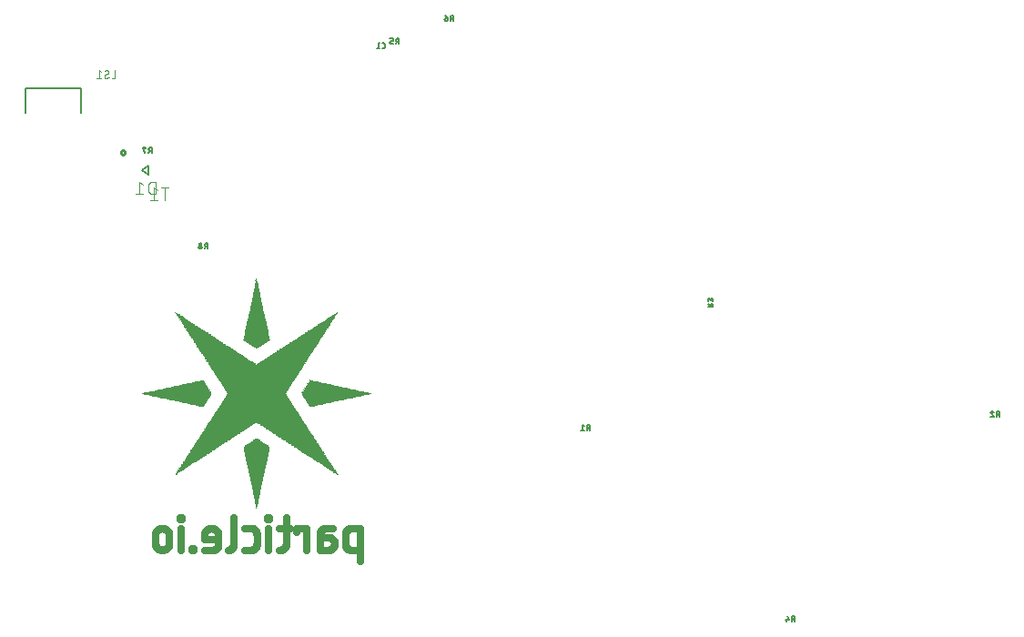
<source format=gbr>
G04 EAGLE Gerber X2 export*
%TF.Part,Single*%
%TF.FileFunction,Legend,Bot,1*%
%TF.FilePolarity,Positive*%
%TF.GenerationSoftware,Autodesk,EAGLE,9.1.3*%
%TF.CreationDate,2018-09-06T20:15:37Z*%
G75*
%MOMM*%
%FSLAX34Y34*%
%LPD*%
%AMOC8*
5,1,8,0,0,1.08239X$1,22.5*%
G01*
%ADD10C,0.660400*%
%ADD11C,0.127000*%
%ADD12R,0.060000X0.050000*%
%ADD13R,0.060000X0.060000*%
%ADD14R,0.110000X0.050000*%
%ADD15R,0.160000X0.060000*%
%ADD16R,0.160000X0.050000*%
%ADD17R,0.280000X0.050000*%
%ADD18R,0.280000X0.060000*%
%ADD19R,0.380000X0.060000*%
%ADD20R,0.380000X0.050000*%
%ADD21R,0.430000X0.050000*%
%ADD22R,0.480000X0.060000*%
%ADD23R,0.480000X0.050000*%
%ADD24R,0.600000X0.060000*%
%ADD25R,0.600000X0.050000*%
%ADD26R,0.700000X0.060000*%
%ADD27R,0.700000X0.050000*%
%ADD28R,0.760000X0.050000*%
%ADD29R,0.820000X0.060000*%
%ADD30R,0.820000X0.050000*%
%ADD31R,0.870000X0.060000*%
%ADD32R,0.920000X0.050000*%
%ADD33R,0.920000X0.060000*%
%ADD34R,0.980000X0.050000*%
%ADD35R,1.040000X0.060000*%
%ADD36R,1.040000X0.050000*%
%ADD37R,1.090000X0.050000*%
%ADD38R,1.140000X0.060000*%
%ADD39R,1.140000X0.050000*%
%ADD40R,1.190000X0.060000*%
%ADD41R,1.240000X0.050000*%
%ADD42R,1.240000X0.060000*%
%ADD43R,1.300000X0.060000*%
%ADD44R,1.360000X0.050000*%
%ADD45R,1.360000X0.060000*%
%ADD46R,0.050000X0.060000*%
%ADD47R,1.410000X0.060000*%
%ADD48R,0.220000X0.050000*%
%ADD49R,1.460000X0.050000*%
%ADD50R,0.210000X0.050000*%
%ADD51R,0.270000X0.050000*%
%ADD52R,0.320000X0.060000*%
%ADD53R,1.460000X0.060000*%
%ADD54R,0.270000X0.060000*%
%ADD55R,1.580000X0.060000*%
%ADD56R,0.440000X0.060000*%
%ADD57R,0.490000X0.050000*%
%ADD58R,1.580000X0.050000*%
%ADD59R,0.490000X0.060000*%
%ADD60R,0.540000X0.060000*%
%ADD61R,0.550000X0.050000*%
%ADD62R,1.680000X0.050000*%
%ADD63R,0.590000X0.050000*%
%ADD64R,0.650000X0.060000*%
%ADD65R,1.680000X0.060000*%
%ADD66R,0.710000X0.050000*%
%ADD67R,0.760000X0.060000*%
%ADD68R,1.740000X0.050000*%
%ADD69R,0.810000X0.050000*%
%ADD70R,0.860000X0.060000*%
%ADD71R,1.800000X0.060000*%
%ADD72R,0.810000X0.060000*%
%ADD73R,0.870000X0.050000*%
%ADD74R,1.800000X0.050000*%
%ADD75R,0.930000X0.050000*%
%ADD76R,1.850000X0.060000*%
%ADD77R,0.980000X0.060000*%
%ADD78R,1.030000X0.050000*%
%ADD79R,1.850000X0.050000*%
%ADD80R,1.900000X0.060000*%
%ADD81R,1.090000X0.060000*%
%ADD82R,1.900000X0.050000*%
%ADD83R,1.080000X0.050000*%
%ADD84R,1.200000X0.050000*%
%ADD85R,1.950000X0.050000*%
%ADD86R,1.250000X0.050000*%
%ADD87R,1.310000X0.050000*%
%ADD88R,2.000000X0.060000*%
%ADD89R,1.350000X0.060000*%
%ADD90R,2.000000X0.050000*%
%ADD91R,1.420000X0.060000*%
%ADD92R,1.470000X0.050000*%
%ADD93R,2.060000X0.050000*%
%ADD94R,2.120000X0.060000*%
%ADD95R,1.520000X0.060000*%
%ADD96R,1.570000X0.050000*%
%ADD97R,2.120000X0.050000*%
%ADD98R,1.520000X0.050000*%
%ADD99R,1.630000X0.050000*%
%ADD100R,1.740000X0.060000*%
%ADD101R,2.170000X0.060000*%
%ADD102R,2.170000X0.050000*%
%ADD103R,1.690000X0.050000*%
%ADD104R,1.790000X0.060000*%
%ADD105R,2.220000X0.060000*%
%ADD106R,2.220000X0.050000*%
%ADD107R,1.790000X0.050000*%
%ADD108R,2.280000X0.050000*%
%ADD109R,1.960000X0.050000*%
%ADD110R,2.010000X0.060000*%
%ADD111R,2.280000X0.060000*%
%ADD112R,1.960000X0.060000*%
%ADD113R,2.010000X0.050000*%
%ADD114R,2.340000X0.050000*%
%ADD115R,2.340000X0.060000*%
%ADD116R,2.180000X0.050000*%
%ADD117R,2.390000X0.050000*%
%ADD118R,2.390000X0.060000*%
%ADD119R,2.440000X0.050000*%
%ADD120R,2.230000X0.050000*%
%ADD121R,2.440000X0.060000*%
%ADD122R,2.500000X0.050000*%
%ADD123R,2.330000X0.050000*%
%ADD124R,2.550000X0.050000*%
%ADD125R,2.560000X0.060000*%
%ADD126R,2.670000X0.050000*%
%ADD127R,2.610000X0.050000*%
%ADD128R,2.660000X0.060000*%
%ADD129R,2.610000X0.060000*%
%ADD130R,2.720000X0.050000*%
%ADD131R,2.770000X0.050000*%
%ADD132R,1.190000X0.050000*%
%ADD133R,2.820000X0.060000*%
%ADD134R,2.770000X0.060000*%
%ADD135R,2.880000X0.050000*%
%ADD136R,2.880000X0.060000*%
%ADD137R,2.980000X0.050000*%
%ADD138R,2.990000X0.060000*%
%ADD139R,3.100000X0.050000*%
%ADD140R,3.040000X0.050000*%
%ADD141R,3.090000X0.050000*%
%ADD142R,3.150000X0.060000*%
%ADD143R,3.200000X0.050000*%
%ADD144R,3.150000X0.050000*%
%ADD145R,3.260000X0.060000*%
%ADD146R,3.310000X0.050000*%
%ADD147R,3.370000X0.060000*%
%ADD148R,3.320000X0.060000*%
%ADD149R,3.420000X0.050000*%
%ADD150R,3.470000X0.060000*%
%ADD151R,3.480000X0.060000*%
%ADD152R,3.530000X0.050000*%
%ADD153R,3.470000X0.050000*%
%ADD154R,3.580000X0.060000*%
%ADD155R,3.630000X0.050000*%
%ADD156R,3.580000X0.050000*%
%ADD157R,3.690000X0.060000*%
%ADD158R,3.700000X0.050000*%
%ADD159R,3.810000X0.050000*%
%ADD160R,3.750000X0.050000*%
%ADD161R,3.800000X0.060000*%
%ADD162R,3.910000X0.050000*%
%ADD163R,3.860000X0.050000*%
%ADD164R,3.910000X0.060000*%
%ADD165R,3.850000X0.060000*%
%ADD166R,3.960000X0.050000*%
%ADD167R,4.020000X0.060000*%
%ADD168R,3.970000X0.060000*%
%ADD169R,4.080000X0.050000*%
%ADD170R,4.120000X0.060000*%
%ADD171R,4.180000X0.050000*%
%ADD172R,4.240000X0.050000*%
%ADD173R,4.240000X0.060000*%
%ADD174R,4.300000X0.060000*%
%ADD175R,4.350000X0.050000*%
%ADD176R,4.290000X0.050000*%
%ADD177R,4.400000X0.060000*%
%ADD178R,4.450000X0.050000*%
%ADD179R,4.400000X0.050000*%
%ADD180R,8.800000X0.060000*%
%ADD181R,8.740000X0.050000*%
%ADD182R,8.690000X0.050000*%
%ADD183R,8.580000X0.060000*%
%ADD184R,8.520000X0.050000*%
%ADD185R,8.470000X0.060000*%
%ADD186R,8.420000X0.050000*%
%ADD187R,8.320000X0.060000*%
%ADD188R,8.260000X0.050000*%
%ADD189R,8.200000X0.050000*%
%ADD190R,8.100000X0.060000*%
%ADD191R,8.040000X0.050000*%
%ADD192R,7.980000X0.060000*%
%ADD193R,7.930000X0.050000*%
%ADD194R,7.820000X0.060000*%
%ADD195R,7.760000X0.050000*%
%ADD196R,7.710000X0.050000*%
%ADD197R,7.610000X0.060000*%
%ADD198R,7.560000X0.050000*%
%ADD199R,7.440000X0.060000*%
%ADD200R,7.440000X0.050000*%
%ADD201R,7.340000X0.060000*%
%ADD202R,7.280000X0.050000*%
%ADD203R,7.170000X0.050000*%
%ADD204R,7.120000X0.060000*%
%ADD205R,7.060000X0.050000*%
%ADD206R,7.000000X0.060000*%
%ADD207R,0.320000X0.050000*%
%ADD208R,6.900000X0.050000*%
%ADD209R,0.590000X0.060000*%
%ADD210R,6.850000X0.060000*%
%ADD211R,6.800000X0.050000*%
%ADD212R,6.680000X0.060000*%
%ADD213R,6.630000X0.050000*%
%ADD214R,6.580000X0.050000*%
%ADD215R,6.460000X0.060000*%
%ADD216R,2.060000X0.060000*%
%ADD217R,6.410000X0.050000*%
%ADD218R,6.360000X0.060000*%
%ADD219R,2.830000X0.050000*%
%ADD220R,6.240000X0.050000*%
%ADD221R,3.100000X0.060000*%
%ADD222R,6.190000X0.060000*%
%ADD223R,6.140000X0.050000*%
%ADD224R,3.690000X0.050000*%
%ADD225R,6.080000X0.050000*%
%ADD226R,6.020000X0.060000*%
%ADD227R,5.920000X0.050000*%
%ADD228R,4.560000X0.060000*%
%ADD229R,5.870000X0.060000*%
%ADD230R,4.840000X0.050000*%
%ADD231R,5.820000X0.050000*%
%ADD232R,5.110000X0.060000*%
%ADD233R,5.700000X0.060000*%
%ADD234R,5.160000X0.060000*%
%ADD235R,5.430000X0.050000*%
%ADD236R,5.650000X0.050000*%
%ADD237R,5.710000X0.050000*%
%ADD238R,5.600000X0.050000*%
%ADD239R,5.980000X0.060000*%
%ADD240R,5.540000X0.060000*%
%ADD241R,6.030000X0.060000*%
%ADD242R,6.250000X0.050000*%
%ADD243R,5.480000X0.050000*%
%ADD244R,6.300000X0.050000*%
%ADD245R,5.380000X0.060000*%
%ADD246R,6.510000X0.060000*%
%ADD247R,5.380000X0.050000*%
%ADD248R,5.760000X0.060000*%
%ADD249R,5.100000X0.060000*%
%ADD250R,4.510000X0.060000*%
%ADD251R,5.970000X0.050000*%
%ADD252R,4.230000X0.050000*%
%ADD253R,3.640000X0.050000*%
%ADD254R,3.360000X0.050000*%
%ADD255R,3.040000X0.060000*%
%ADD256R,1.950000X0.060000*%
%ADD257R,1.080000X0.060000*%
%ADD258R,7.220000X0.050000*%
%ADD259R,7.500000X0.060000*%
%ADD260R,7.660000X0.060000*%
%ADD261R,7.880000X0.060000*%
%ADD262R,8.640000X0.060000*%
%ADD263R,8.860000X0.060000*%
%ADD264R,4.340000X0.060000*%
%ADD265R,4.300000X0.050000*%
%ADD266R,4.290000X0.060000*%
%ADD267R,4.130000X0.050000*%
%ADD268R,4.070000X0.060000*%
%ADD269R,4.020000X0.050000*%
%ADD270R,3.640000X0.060000*%
%ADD271R,3.530000X0.060000*%
%ADD272R,3.420000X0.060000*%
%ADD273R,3.370000X0.050000*%
%ADD274R,3.310000X0.060000*%
%ADD275R,3.320000X0.050000*%
%ADD276R,3.260000X0.050000*%
%ADD277R,3.210000X0.060000*%
%ADD278R,2.980000X0.060000*%
%ADD279R,2.930000X0.050000*%
%ADD280R,2.710000X0.050000*%
%ADD281R,1.410000X0.050000*%
%ADD282R,2.500000X0.060000*%
%ADD283R,2.230000X0.060000*%
%ADD284R,2.070000X0.050000*%
%ADD285R,1.910000X0.060000*%
%ADD286R,1.840000X0.060000*%
%ADD287R,1.690000X0.060000*%
%ADD288R,1.630000X0.060000*%
%ADD289R,1.530000X0.060000*%
%ADD290R,1.470000X0.060000*%
%ADD291R,1.420000X0.050000*%
%ADD292R,1.350000X0.050000*%
%ADD293R,1.030000X0.060000*%
%ADD294R,0.710000X0.060000*%
%ADD295R,0.650000X0.050000*%
%ADD296R,0.540000X0.050000*%
%ADD297R,0.430000X0.060000*%
%ADD298R,0.440000X0.050000*%
%ADD299R,0.330000X0.050000*%
%ADD300C,0.152400*%
%ADD301C,0.101600*%
%ADD302C,0.254000*%
%ADD303C,0.076200*%


D10*
X476310Y610531D02*
X476310Y640503D01*
X467985Y640503D01*
X467845Y640501D01*
X467705Y640495D01*
X467565Y640485D01*
X467426Y640472D01*
X467287Y640454D01*
X467148Y640432D01*
X467011Y640407D01*
X466874Y640378D01*
X466737Y640345D01*
X466602Y640308D01*
X466468Y640267D01*
X466335Y640223D01*
X466204Y640175D01*
X466074Y640123D01*
X465945Y640067D01*
X465818Y640008D01*
X465692Y639946D01*
X465569Y639880D01*
X465447Y639810D01*
X465328Y639737D01*
X465210Y639661D01*
X465095Y639582D01*
X464981Y639499D01*
X464871Y639413D01*
X464762Y639324D01*
X464657Y639233D01*
X464553Y639138D01*
X464453Y639040D01*
X464355Y638940D01*
X464261Y638836D01*
X464169Y638731D01*
X464080Y638622D01*
X463994Y638512D01*
X463911Y638398D01*
X463832Y638283D01*
X463756Y638166D01*
X463683Y638046D01*
X463613Y637924D01*
X463547Y637801D01*
X463485Y637675D01*
X463426Y637548D01*
X463370Y637420D01*
X463318Y637289D01*
X463270Y637158D01*
X463226Y637025D01*
X463185Y636891D01*
X463148Y636756D01*
X463115Y636620D01*
X463086Y636483D01*
X463061Y636345D01*
X463039Y636206D01*
X463021Y636067D01*
X463008Y635928D01*
X462998Y635788D01*
X462992Y635648D01*
X462990Y635508D01*
X462989Y635508D02*
X462989Y625517D01*
X462990Y625517D02*
X462992Y625377D01*
X462998Y625237D01*
X463008Y625097D01*
X463021Y624958D01*
X463039Y624819D01*
X463061Y624680D01*
X463086Y624543D01*
X463115Y624406D01*
X463148Y624269D01*
X463185Y624134D01*
X463226Y624000D01*
X463270Y623867D01*
X463318Y623736D01*
X463370Y623605D01*
X463426Y623477D01*
X463485Y623350D01*
X463547Y623224D01*
X463613Y623101D01*
X463683Y622979D01*
X463756Y622859D01*
X463832Y622742D01*
X463911Y622627D01*
X463994Y622513D01*
X464080Y622403D01*
X464169Y622294D01*
X464261Y622189D01*
X464355Y622085D01*
X464453Y621985D01*
X464553Y621887D01*
X464657Y621793D01*
X464762Y621701D01*
X464871Y621612D01*
X464981Y621526D01*
X465095Y621443D01*
X465210Y621364D01*
X465328Y621288D01*
X465447Y621215D01*
X465569Y621145D01*
X465692Y621079D01*
X465818Y621017D01*
X465945Y620958D01*
X466074Y620902D01*
X466204Y620850D01*
X466335Y620802D01*
X466468Y620758D01*
X466602Y620717D01*
X466737Y620680D01*
X466874Y620647D01*
X467011Y620618D01*
X467148Y620593D01*
X467287Y620571D01*
X467426Y620553D01*
X467565Y620540D01*
X467705Y620530D01*
X467845Y620524D01*
X467985Y620522D01*
X476310Y620522D01*
X446895Y632178D02*
X439402Y632178D01*
X446895Y632178D02*
X447048Y632176D01*
X447200Y632170D01*
X447352Y632160D01*
X447504Y632146D01*
X447656Y632128D01*
X447807Y632106D01*
X447957Y632080D01*
X448107Y632051D01*
X448256Y632017D01*
X448403Y631979D01*
X448550Y631938D01*
X448696Y631893D01*
X448840Y631844D01*
X448984Y631791D01*
X449125Y631734D01*
X449265Y631674D01*
X449404Y631610D01*
X449541Y631543D01*
X449676Y631472D01*
X449809Y631397D01*
X449940Y631319D01*
X450069Y631238D01*
X450196Y631153D01*
X450321Y631065D01*
X450443Y630974D01*
X450563Y630879D01*
X450680Y630782D01*
X450795Y630681D01*
X450907Y630577D01*
X451016Y630471D01*
X451122Y630362D01*
X451226Y630250D01*
X451327Y630135D01*
X451424Y630018D01*
X451519Y629898D01*
X451610Y629776D01*
X451698Y629651D01*
X451783Y629524D01*
X451864Y629395D01*
X451942Y629264D01*
X452017Y629131D01*
X452088Y628996D01*
X452155Y628859D01*
X452219Y628720D01*
X452279Y628580D01*
X452336Y628439D01*
X452389Y628295D01*
X452438Y628151D01*
X452483Y628005D01*
X452524Y627858D01*
X452562Y627711D01*
X452596Y627562D01*
X452625Y627412D01*
X452651Y627262D01*
X452673Y627111D01*
X452691Y626959D01*
X452705Y626807D01*
X452715Y626655D01*
X452721Y626503D01*
X452723Y626350D01*
X452721Y626197D01*
X452715Y626045D01*
X452705Y625893D01*
X452691Y625741D01*
X452673Y625589D01*
X452651Y625438D01*
X452625Y625288D01*
X452596Y625138D01*
X452562Y624989D01*
X452524Y624842D01*
X452483Y624695D01*
X452438Y624549D01*
X452389Y624405D01*
X452336Y624261D01*
X452279Y624120D01*
X452219Y623980D01*
X452155Y623841D01*
X452088Y623704D01*
X452017Y623569D01*
X451942Y623436D01*
X451864Y623305D01*
X451783Y623176D01*
X451698Y623049D01*
X451610Y622924D01*
X451519Y622802D01*
X451424Y622682D01*
X451327Y622565D01*
X451226Y622450D01*
X451122Y622338D01*
X451016Y622229D01*
X450907Y622123D01*
X450795Y622019D01*
X450680Y621918D01*
X450563Y621821D01*
X450443Y621726D01*
X450321Y621635D01*
X450196Y621547D01*
X450069Y621462D01*
X449940Y621381D01*
X449809Y621303D01*
X449676Y621228D01*
X449541Y621157D01*
X449404Y621090D01*
X449265Y621026D01*
X449125Y620966D01*
X448984Y620909D01*
X448840Y620856D01*
X448696Y620807D01*
X448550Y620762D01*
X448403Y620721D01*
X448256Y620683D01*
X448107Y620649D01*
X447957Y620620D01*
X447807Y620594D01*
X447656Y620572D01*
X447504Y620554D01*
X447352Y620540D01*
X447200Y620530D01*
X447048Y620524D01*
X446895Y620522D01*
X439402Y620522D01*
X439402Y635508D01*
X439404Y635648D01*
X439410Y635788D01*
X439420Y635928D01*
X439433Y636067D01*
X439451Y636206D01*
X439473Y636345D01*
X439498Y636482D01*
X439527Y636619D01*
X439560Y636756D01*
X439597Y636891D01*
X439638Y637025D01*
X439682Y637158D01*
X439730Y637289D01*
X439782Y637420D01*
X439838Y637548D01*
X439897Y637675D01*
X439959Y637801D01*
X440025Y637924D01*
X440095Y638046D01*
X440168Y638166D01*
X440244Y638283D01*
X440323Y638398D01*
X440406Y638512D01*
X440492Y638622D01*
X440581Y638731D01*
X440673Y638836D01*
X440767Y638940D01*
X440865Y639040D01*
X440965Y639138D01*
X441069Y639232D01*
X441174Y639324D01*
X441283Y639413D01*
X441393Y639499D01*
X441507Y639582D01*
X441622Y639661D01*
X441740Y639737D01*
X441859Y639810D01*
X441981Y639880D01*
X442104Y639946D01*
X442230Y640008D01*
X442357Y640067D01*
X442486Y640123D01*
X442616Y640175D01*
X442747Y640223D01*
X442880Y640267D01*
X443014Y640308D01*
X443149Y640345D01*
X443286Y640378D01*
X443423Y640407D01*
X443560Y640432D01*
X443699Y640454D01*
X443838Y640472D01*
X443977Y640485D01*
X444117Y640495D01*
X444257Y640501D01*
X444397Y640503D01*
X444398Y640503D02*
X451058Y640503D01*
X426895Y640503D02*
X426895Y620522D01*
X426895Y640503D02*
X416905Y640503D01*
X416905Y637173D01*
X410895Y640503D02*
X400904Y640503D01*
X407564Y650494D02*
X407564Y625517D01*
X407562Y625377D01*
X407556Y625237D01*
X407546Y625097D01*
X407533Y624958D01*
X407515Y624819D01*
X407493Y624680D01*
X407468Y624543D01*
X407439Y624406D01*
X407406Y624269D01*
X407369Y624134D01*
X407328Y624000D01*
X407284Y623867D01*
X407236Y623736D01*
X407184Y623605D01*
X407128Y623477D01*
X407069Y623350D01*
X407007Y623224D01*
X406941Y623101D01*
X406871Y622979D01*
X406798Y622859D01*
X406722Y622742D01*
X406643Y622627D01*
X406560Y622513D01*
X406474Y622403D01*
X406385Y622294D01*
X406293Y622189D01*
X406199Y622085D01*
X406101Y621985D01*
X406001Y621887D01*
X405897Y621793D01*
X405792Y621701D01*
X405683Y621612D01*
X405573Y621526D01*
X405459Y621443D01*
X405344Y621364D01*
X405227Y621288D01*
X405107Y621215D01*
X404985Y621145D01*
X404862Y621079D01*
X404736Y621017D01*
X404609Y620958D01*
X404481Y620902D01*
X404350Y620850D01*
X404219Y620802D01*
X404086Y620758D01*
X403952Y620717D01*
X403817Y620680D01*
X403680Y620647D01*
X403543Y620618D01*
X403406Y620593D01*
X403267Y620571D01*
X403128Y620553D01*
X402989Y620540D01*
X402849Y620530D01*
X402709Y620524D01*
X402569Y620522D01*
X400904Y620522D01*
X391105Y620522D02*
X391105Y640503D01*
X391938Y648829D02*
X391938Y650494D01*
X390273Y650494D01*
X390273Y648829D01*
X391938Y648829D01*
X375364Y620522D02*
X368704Y620522D01*
X375364Y620522D02*
X375504Y620524D01*
X375644Y620530D01*
X375784Y620540D01*
X375923Y620553D01*
X376062Y620571D01*
X376201Y620593D01*
X376338Y620618D01*
X376475Y620647D01*
X376612Y620680D01*
X376747Y620717D01*
X376881Y620758D01*
X377014Y620802D01*
X377145Y620850D01*
X377276Y620902D01*
X377404Y620958D01*
X377531Y621017D01*
X377657Y621079D01*
X377780Y621145D01*
X377902Y621215D01*
X378022Y621288D01*
X378139Y621364D01*
X378254Y621443D01*
X378368Y621526D01*
X378478Y621612D01*
X378587Y621701D01*
X378692Y621793D01*
X378796Y621887D01*
X378896Y621985D01*
X378994Y622085D01*
X379088Y622189D01*
X379180Y622294D01*
X379269Y622403D01*
X379355Y622513D01*
X379438Y622627D01*
X379517Y622742D01*
X379593Y622859D01*
X379666Y622979D01*
X379736Y623101D01*
X379802Y623224D01*
X379864Y623350D01*
X379923Y623477D01*
X379979Y623605D01*
X380031Y623736D01*
X380079Y623867D01*
X380123Y624000D01*
X380164Y624134D01*
X380201Y624269D01*
X380234Y624406D01*
X380263Y624543D01*
X380288Y624680D01*
X380310Y624819D01*
X380328Y624958D01*
X380341Y625097D01*
X380351Y625237D01*
X380357Y625377D01*
X380359Y625517D01*
X380359Y635508D01*
X380357Y635648D01*
X380351Y635788D01*
X380341Y635928D01*
X380328Y636067D01*
X380310Y636206D01*
X380288Y636345D01*
X380263Y636482D01*
X380234Y636619D01*
X380201Y636756D01*
X380164Y636891D01*
X380123Y637025D01*
X380079Y637158D01*
X380031Y637289D01*
X379979Y637420D01*
X379923Y637548D01*
X379864Y637675D01*
X379802Y637801D01*
X379736Y637924D01*
X379666Y638046D01*
X379593Y638166D01*
X379517Y638283D01*
X379438Y638398D01*
X379355Y638512D01*
X379269Y638622D01*
X379180Y638731D01*
X379088Y638836D01*
X378994Y638940D01*
X378896Y639040D01*
X378796Y639138D01*
X378692Y639232D01*
X378587Y639324D01*
X378478Y639413D01*
X378368Y639499D01*
X378254Y639582D01*
X378139Y639661D01*
X378022Y639737D01*
X377902Y639810D01*
X377780Y639880D01*
X377657Y639946D01*
X377531Y640008D01*
X377404Y640067D01*
X377276Y640123D01*
X377145Y640175D01*
X377014Y640223D01*
X376881Y640267D01*
X376747Y640308D01*
X376612Y640345D01*
X376475Y640378D01*
X376338Y640407D01*
X376201Y640432D01*
X376062Y640454D01*
X375923Y640472D01*
X375784Y640485D01*
X375644Y640495D01*
X375504Y640501D01*
X375364Y640503D01*
X368704Y640503D01*
X358774Y650494D02*
X358774Y625517D01*
X358772Y625377D01*
X358766Y625237D01*
X358756Y625097D01*
X358743Y624958D01*
X358725Y624819D01*
X358703Y624680D01*
X358678Y624543D01*
X358649Y624406D01*
X358616Y624269D01*
X358579Y624134D01*
X358538Y624000D01*
X358494Y623867D01*
X358446Y623736D01*
X358394Y623605D01*
X358338Y623477D01*
X358279Y623350D01*
X358217Y623224D01*
X358151Y623101D01*
X358081Y622979D01*
X358008Y622859D01*
X357932Y622742D01*
X357853Y622627D01*
X357770Y622513D01*
X357684Y622403D01*
X357595Y622294D01*
X357503Y622189D01*
X357409Y622085D01*
X357311Y621985D01*
X357211Y621887D01*
X357107Y621793D01*
X357002Y621701D01*
X356893Y621612D01*
X356783Y621526D01*
X356669Y621443D01*
X356554Y621364D01*
X356437Y621288D01*
X356317Y621215D01*
X356195Y621145D01*
X356072Y621079D01*
X355946Y621017D01*
X355819Y620958D01*
X355691Y620902D01*
X355560Y620850D01*
X355429Y620802D01*
X355296Y620758D01*
X355162Y620717D01*
X355027Y620680D01*
X354890Y620647D01*
X354753Y620618D01*
X354616Y620593D01*
X354477Y620571D01*
X354338Y620553D01*
X354199Y620540D01*
X354059Y620530D01*
X353919Y620524D01*
X353779Y620522D01*
X339735Y620522D02*
X331410Y620522D01*
X339735Y620522D02*
X339875Y620524D01*
X340015Y620530D01*
X340155Y620540D01*
X340294Y620553D01*
X340433Y620571D01*
X340572Y620593D01*
X340709Y620618D01*
X340846Y620647D01*
X340983Y620680D01*
X341118Y620717D01*
X341252Y620758D01*
X341385Y620802D01*
X341516Y620850D01*
X341647Y620902D01*
X341775Y620958D01*
X341902Y621017D01*
X342028Y621079D01*
X342151Y621145D01*
X342273Y621215D01*
X342393Y621288D01*
X342510Y621364D01*
X342625Y621443D01*
X342739Y621526D01*
X342849Y621612D01*
X342958Y621701D01*
X343063Y621793D01*
X343167Y621887D01*
X343267Y621985D01*
X343365Y622085D01*
X343459Y622189D01*
X343551Y622294D01*
X343640Y622403D01*
X343726Y622513D01*
X343809Y622627D01*
X343888Y622742D01*
X343964Y622859D01*
X344037Y622979D01*
X344107Y623101D01*
X344173Y623224D01*
X344235Y623350D01*
X344294Y623477D01*
X344350Y623605D01*
X344402Y623736D01*
X344450Y623867D01*
X344494Y624000D01*
X344535Y624134D01*
X344572Y624269D01*
X344605Y624406D01*
X344634Y624543D01*
X344659Y624680D01*
X344681Y624819D01*
X344699Y624958D01*
X344712Y625097D01*
X344722Y625237D01*
X344728Y625377D01*
X344730Y625517D01*
X344731Y625517D02*
X344731Y633843D01*
X344730Y633843D02*
X344728Y634005D01*
X344722Y634167D01*
X344712Y634329D01*
X344698Y634491D01*
X344681Y634652D01*
X344659Y634813D01*
X344633Y634973D01*
X344604Y635132D01*
X344571Y635291D01*
X344533Y635449D01*
X344492Y635606D01*
X344448Y635762D01*
X344399Y635916D01*
X344347Y636070D01*
X344291Y636222D01*
X344231Y636373D01*
X344167Y636522D01*
X344100Y636670D01*
X344030Y636816D01*
X343955Y636960D01*
X343878Y637103D01*
X343797Y637243D01*
X343712Y637381D01*
X343624Y637518D01*
X343533Y637652D01*
X343439Y637784D01*
X343341Y637913D01*
X343241Y638041D01*
X343137Y638165D01*
X343030Y638287D01*
X342920Y638407D01*
X342808Y638524D01*
X342693Y638638D01*
X342574Y638749D01*
X342454Y638857D01*
X342330Y638962D01*
X342204Y639064D01*
X342076Y639164D01*
X341945Y639260D01*
X341812Y639352D01*
X341677Y639442D01*
X341539Y639528D01*
X341400Y639611D01*
X341259Y639690D01*
X341115Y639766D01*
X340970Y639838D01*
X340823Y639907D01*
X340675Y639973D01*
X340525Y640034D01*
X340373Y640092D01*
X340220Y640146D01*
X340066Y640197D01*
X339911Y640244D01*
X339755Y640286D01*
X339597Y640326D01*
X339439Y640361D01*
X339280Y640392D01*
X339120Y640420D01*
X338959Y640443D01*
X338798Y640463D01*
X338637Y640479D01*
X338475Y640491D01*
X338313Y640499D01*
X338151Y640503D01*
X337989Y640503D01*
X337827Y640499D01*
X337665Y640491D01*
X337503Y640479D01*
X337342Y640463D01*
X337181Y640443D01*
X337020Y640420D01*
X336860Y640392D01*
X336701Y640361D01*
X336543Y640326D01*
X336385Y640286D01*
X336229Y640244D01*
X336074Y640197D01*
X335920Y640146D01*
X335767Y640092D01*
X335615Y640034D01*
X335465Y639973D01*
X335317Y639907D01*
X335170Y639838D01*
X335025Y639766D01*
X334881Y639690D01*
X334740Y639611D01*
X334601Y639528D01*
X334463Y639442D01*
X334328Y639352D01*
X334195Y639260D01*
X334064Y639164D01*
X333936Y639064D01*
X333810Y638962D01*
X333686Y638857D01*
X333566Y638749D01*
X333447Y638638D01*
X333332Y638524D01*
X333220Y638407D01*
X333110Y638287D01*
X333003Y638165D01*
X332899Y638041D01*
X332799Y637913D01*
X332701Y637784D01*
X332607Y637652D01*
X332516Y637518D01*
X332428Y637381D01*
X332343Y637243D01*
X332262Y637103D01*
X332185Y636960D01*
X332110Y636816D01*
X332040Y636670D01*
X331973Y636522D01*
X331909Y636373D01*
X331849Y636222D01*
X331793Y636070D01*
X331741Y635916D01*
X331692Y635762D01*
X331648Y635606D01*
X331607Y635449D01*
X331569Y635291D01*
X331536Y635132D01*
X331507Y634973D01*
X331481Y634813D01*
X331459Y634652D01*
X331442Y634491D01*
X331428Y634329D01*
X331418Y634167D01*
X331412Y634005D01*
X331410Y633843D01*
X331410Y630513D01*
X344731Y630513D01*
X321529Y622187D02*
X321529Y620522D01*
X321529Y622187D02*
X319864Y622187D01*
X319864Y620522D01*
X321529Y620522D01*
X309724Y620522D02*
X309724Y640503D01*
X310556Y648829D02*
X310556Y650494D01*
X308891Y650494D01*
X308891Y648829D01*
X310556Y648829D01*
X299011Y633843D02*
X299011Y627182D01*
X299010Y633843D02*
X299008Y634005D01*
X299002Y634167D01*
X298992Y634329D01*
X298978Y634491D01*
X298961Y634652D01*
X298939Y634813D01*
X298913Y634973D01*
X298884Y635132D01*
X298851Y635291D01*
X298813Y635449D01*
X298772Y635606D01*
X298728Y635762D01*
X298679Y635916D01*
X298627Y636070D01*
X298571Y636222D01*
X298511Y636373D01*
X298447Y636522D01*
X298380Y636670D01*
X298310Y636816D01*
X298235Y636960D01*
X298158Y637103D01*
X298077Y637243D01*
X297992Y637381D01*
X297904Y637518D01*
X297813Y637652D01*
X297719Y637784D01*
X297621Y637913D01*
X297521Y638041D01*
X297417Y638165D01*
X297310Y638287D01*
X297200Y638407D01*
X297088Y638524D01*
X296973Y638638D01*
X296854Y638749D01*
X296734Y638857D01*
X296610Y638962D01*
X296484Y639064D01*
X296356Y639164D01*
X296225Y639260D01*
X296092Y639352D01*
X295957Y639442D01*
X295819Y639528D01*
X295680Y639611D01*
X295539Y639690D01*
X295395Y639766D01*
X295250Y639838D01*
X295103Y639907D01*
X294955Y639973D01*
X294805Y640034D01*
X294653Y640092D01*
X294500Y640146D01*
X294346Y640197D01*
X294191Y640244D01*
X294035Y640286D01*
X293877Y640326D01*
X293719Y640361D01*
X293560Y640392D01*
X293400Y640420D01*
X293239Y640443D01*
X293078Y640463D01*
X292917Y640479D01*
X292755Y640491D01*
X292593Y640499D01*
X292431Y640503D01*
X292269Y640503D01*
X292107Y640499D01*
X291945Y640491D01*
X291783Y640479D01*
X291622Y640463D01*
X291461Y640443D01*
X291300Y640420D01*
X291140Y640392D01*
X290981Y640361D01*
X290823Y640326D01*
X290665Y640286D01*
X290509Y640244D01*
X290354Y640197D01*
X290200Y640146D01*
X290047Y640092D01*
X289895Y640034D01*
X289745Y639973D01*
X289597Y639907D01*
X289450Y639838D01*
X289305Y639766D01*
X289161Y639690D01*
X289020Y639611D01*
X288881Y639528D01*
X288743Y639442D01*
X288608Y639352D01*
X288475Y639260D01*
X288344Y639164D01*
X288216Y639064D01*
X288090Y638962D01*
X287966Y638857D01*
X287846Y638749D01*
X287727Y638638D01*
X287612Y638524D01*
X287500Y638407D01*
X287390Y638287D01*
X287283Y638165D01*
X287179Y638041D01*
X287079Y637913D01*
X286981Y637784D01*
X286887Y637652D01*
X286796Y637518D01*
X286708Y637381D01*
X286623Y637243D01*
X286542Y637103D01*
X286465Y636960D01*
X286390Y636816D01*
X286320Y636670D01*
X286253Y636522D01*
X286189Y636373D01*
X286129Y636222D01*
X286073Y636070D01*
X286021Y635916D01*
X285972Y635762D01*
X285928Y635606D01*
X285887Y635449D01*
X285849Y635291D01*
X285816Y635132D01*
X285787Y634973D01*
X285761Y634813D01*
X285739Y634652D01*
X285722Y634491D01*
X285708Y634329D01*
X285698Y634167D01*
X285692Y634005D01*
X285690Y633843D01*
X285690Y627182D01*
X285692Y627020D01*
X285698Y626858D01*
X285708Y626696D01*
X285722Y626534D01*
X285739Y626373D01*
X285761Y626212D01*
X285787Y626052D01*
X285816Y625893D01*
X285849Y625734D01*
X285887Y625576D01*
X285928Y625419D01*
X285972Y625263D01*
X286021Y625109D01*
X286073Y624955D01*
X286129Y624803D01*
X286189Y624652D01*
X286253Y624503D01*
X286320Y624355D01*
X286390Y624209D01*
X286465Y624065D01*
X286542Y623922D01*
X286623Y623782D01*
X286708Y623644D01*
X286796Y623507D01*
X286887Y623373D01*
X286981Y623241D01*
X287079Y623112D01*
X287179Y622984D01*
X287283Y622860D01*
X287390Y622738D01*
X287500Y622618D01*
X287612Y622501D01*
X287727Y622387D01*
X287846Y622276D01*
X287966Y622168D01*
X288090Y622063D01*
X288216Y621961D01*
X288344Y621861D01*
X288475Y621765D01*
X288608Y621673D01*
X288743Y621583D01*
X288881Y621497D01*
X289020Y621414D01*
X289161Y621335D01*
X289305Y621259D01*
X289450Y621187D01*
X289597Y621118D01*
X289745Y621052D01*
X289895Y620991D01*
X290047Y620933D01*
X290200Y620879D01*
X290354Y620828D01*
X290509Y620781D01*
X290665Y620739D01*
X290823Y620699D01*
X290981Y620664D01*
X291140Y620633D01*
X291300Y620605D01*
X291461Y620582D01*
X291622Y620562D01*
X291783Y620546D01*
X291945Y620534D01*
X292107Y620526D01*
X292269Y620522D01*
X292431Y620522D01*
X292593Y620526D01*
X292755Y620534D01*
X292917Y620546D01*
X293078Y620562D01*
X293239Y620582D01*
X293400Y620605D01*
X293560Y620633D01*
X293719Y620664D01*
X293877Y620699D01*
X294035Y620739D01*
X294191Y620781D01*
X294346Y620828D01*
X294500Y620879D01*
X294653Y620933D01*
X294805Y620991D01*
X294955Y621052D01*
X295103Y621118D01*
X295250Y621187D01*
X295395Y621259D01*
X295539Y621335D01*
X295680Y621414D01*
X295819Y621497D01*
X295957Y621583D01*
X296092Y621673D01*
X296225Y621765D01*
X296356Y621861D01*
X296484Y621961D01*
X296610Y622063D01*
X296734Y622168D01*
X296854Y622276D01*
X296973Y622387D01*
X297088Y622501D01*
X297200Y622618D01*
X297310Y622738D01*
X297417Y622860D01*
X297521Y622984D01*
X297621Y623112D01*
X297719Y623241D01*
X297813Y623373D01*
X297904Y623507D01*
X297992Y623644D01*
X298077Y623782D01*
X298158Y623922D01*
X298235Y624065D01*
X298310Y624209D01*
X298380Y624355D01*
X298447Y624503D01*
X298511Y624652D01*
X298571Y624803D01*
X298627Y624955D01*
X298679Y625109D01*
X298728Y625263D01*
X298772Y625419D01*
X298813Y625576D01*
X298851Y625734D01*
X298884Y625893D01*
X298913Y626052D01*
X298939Y626212D01*
X298961Y626373D01*
X298978Y626534D01*
X298992Y626696D01*
X299002Y626858D01*
X299008Y627020D01*
X299010Y627182D01*
D11*
X496796Y1087755D02*
X497868Y1087755D01*
X497933Y1087757D01*
X497997Y1087763D01*
X498061Y1087773D01*
X498125Y1087786D01*
X498187Y1087804D01*
X498248Y1087825D01*
X498308Y1087849D01*
X498366Y1087878D01*
X498423Y1087910D01*
X498477Y1087945D01*
X498529Y1087983D01*
X498579Y1088025D01*
X498626Y1088069D01*
X498670Y1088116D01*
X498712Y1088166D01*
X498750Y1088218D01*
X498785Y1088272D01*
X498817Y1088329D01*
X498846Y1088387D01*
X498870Y1088447D01*
X498891Y1088508D01*
X498909Y1088570D01*
X498922Y1088634D01*
X498932Y1088698D01*
X498938Y1088762D01*
X498940Y1088827D01*
X498941Y1088827D02*
X498941Y1091509D01*
X498940Y1091509D02*
X498938Y1091574D01*
X498932Y1091638D01*
X498922Y1091702D01*
X498909Y1091766D01*
X498891Y1091828D01*
X498870Y1091889D01*
X498846Y1091949D01*
X498817Y1092007D01*
X498785Y1092064D01*
X498750Y1092118D01*
X498712Y1092170D01*
X498670Y1092220D01*
X498626Y1092267D01*
X498579Y1092311D01*
X498529Y1092353D01*
X498477Y1092391D01*
X498423Y1092426D01*
X498366Y1092458D01*
X498308Y1092487D01*
X498248Y1092511D01*
X498187Y1092532D01*
X498125Y1092550D01*
X498061Y1092563D01*
X497997Y1092573D01*
X497933Y1092579D01*
X497868Y1092581D01*
X496796Y1092581D01*
X494340Y1091509D02*
X493000Y1092581D01*
X493000Y1087755D01*
X494340Y1087755D02*
X491659Y1087755D01*
X689852Y737235D02*
X689852Y732409D01*
X689852Y737235D02*
X688511Y737235D01*
X688440Y737233D01*
X688368Y737227D01*
X688298Y737218D01*
X688228Y737205D01*
X688158Y737188D01*
X688090Y737167D01*
X688023Y737143D01*
X687957Y737115D01*
X687893Y737084D01*
X687830Y737049D01*
X687770Y737011D01*
X687711Y736970D01*
X687655Y736926D01*
X687601Y736879D01*
X687550Y736830D01*
X687502Y736777D01*
X687456Y736722D01*
X687414Y736665D01*
X687374Y736605D01*
X687338Y736544D01*
X687305Y736480D01*
X687276Y736415D01*
X687250Y736349D01*
X687227Y736281D01*
X687208Y736212D01*
X687193Y736142D01*
X687182Y736072D01*
X687174Y736001D01*
X687170Y735930D01*
X687170Y735858D01*
X687174Y735787D01*
X687182Y735716D01*
X687193Y735646D01*
X687208Y735576D01*
X687227Y735507D01*
X687250Y735439D01*
X687276Y735373D01*
X687305Y735308D01*
X687338Y735244D01*
X687374Y735183D01*
X687414Y735123D01*
X687456Y735066D01*
X687502Y735011D01*
X687550Y734958D01*
X687601Y734909D01*
X687655Y734862D01*
X687711Y734818D01*
X687770Y734777D01*
X687830Y734739D01*
X687893Y734704D01*
X687957Y734673D01*
X688023Y734645D01*
X688090Y734621D01*
X688158Y734600D01*
X688228Y734583D01*
X688298Y734570D01*
X688368Y734561D01*
X688440Y734555D01*
X688511Y734553D01*
X688511Y734554D02*
X689852Y734554D01*
X688243Y734554D02*
X687171Y732409D01*
X684429Y736163D02*
X683089Y737235D01*
X683089Y732409D01*
X684429Y732409D02*
X681748Y732409D01*
X1070852Y745109D02*
X1070852Y749935D01*
X1069511Y749935D01*
X1069440Y749933D01*
X1069368Y749927D01*
X1069298Y749918D01*
X1069228Y749905D01*
X1069158Y749888D01*
X1069090Y749867D01*
X1069023Y749843D01*
X1068957Y749815D01*
X1068893Y749784D01*
X1068830Y749749D01*
X1068770Y749711D01*
X1068711Y749670D01*
X1068655Y749626D01*
X1068601Y749579D01*
X1068550Y749530D01*
X1068502Y749477D01*
X1068456Y749422D01*
X1068414Y749365D01*
X1068374Y749305D01*
X1068338Y749244D01*
X1068305Y749180D01*
X1068276Y749115D01*
X1068250Y749049D01*
X1068227Y748981D01*
X1068208Y748912D01*
X1068193Y748842D01*
X1068182Y748772D01*
X1068174Y748701D01*
X1068170Y748630D01*
X1068170Y748558D01*
X1068174Y748487D01*
X1068182Y748416D01*
X1068193Y748346D01*
X1068208Y748276D01*
X1068227Y748207D01*
X1068250Y748139D01*
X1068276Y748073D01*
X1068305Y748008D01*
X1068338Y747944D01*
X1068374Y747883D01*
X1068414Y747823D01*
X1068456Y747766D01*
X1068502Y747711D01*
X1068550Y747658D01*
X1068601Y747609D01*
X1068655Y747562D01*
X1068711Y747518D01*
X1068770Y747477D01*
X1068830Y747439D01*
X1068893Y747404D01*
X1068957Y747373D01*
X1069023Y747345D01*
X1069090Y747321D01*
X1069158Y747300D01*
X1069228Y747283D01*
X1069298Y747270D01*
X1069368Y747261D01*
X1069440Y747255D01*
X1069511Y747253D01*
X1069511Y747254D02*
X1070852Y747254D01*
X1069243Y747254D02*
X1068171Y745109D01*
X1063955Y749935D02*
X1063887Y749933D01*
X1063820Y749927D01*
X1063753Y749918D01*
X1063686Y749905D01*
X1063621Y749888D01*
X1063556Y749867D01*
X1063493Y749843D01*
X1063431Y749815D01*
X1063371Y749784D01*
X1063313Y749750D01*
X1063257Y749712D01*
X1063202Y749672D01*
X1063151Y749628D01*
X1063102Y749581D01*
X1063055Y749532D01*
X1063011Y749481D01*
X1062971Y749426D01*
X1062933Y749370D01*
X1062899Y749312D01*
X1062868Y749252D01*
X1062840Y749190D01*
X1062816Y749127D01*
X1062795Y749062D01*
X1062778Y748997D01*
X1062765Y748930D01*
X1062756Y748863D01*
X1062750Y748796D01*
X1062748Y748728D01*
X1063955Y749935D02*
X1064033Y749933D01*
X1064111Y749927D01*
X1064188Y749917D01*
X1064265Y749904D01*
X1064341Y749886D01*
X1064416Y749865D01*
X1064490Y749840D01*
X1064562Y749811D01*
X1064633Y749779D01*
X1064702Y749743D01*
X1064770Y749704D01*
X1064835Y749661D01*
X1064898Y749615D01*
X1064959Y749566D01*
X1065017Y749514D01*
X1065072Y749459D01*
X1065125Y749402D01*
X1065174Y749342D01*
X1065221Y749279D01*
X1065264Y749214D01*
X1065304Y749148D01*
X1065341Y749079D01*
X1065374Y749008D01*
X1065404Y748936D01*
X1065430Y748862D01*
X1063150Y747790D02*
X1063101Y747839D01*
X1063054Y747891D01*
X1063011Y747946D01*
X1062970Y748003D01*
X1062932Y748062D01*
X1062898Y748123D01*
X1062867Y748186D01*
X1062839Y748250D01*
X1062815Y748316D01*
X1062795Y748382D01*
X1062778Y748450D01*
X1062765Y748519D01*
X1062756Y748588D01*
X1062750Y748658D01*
X1062748Y748728D01*
X1063150Y747790D02*
X1065429Y745109D01*
X1062748Y745109D01*
X804291Y846848D02*
X799465Y846848D01*
X804291Y846848D02*
X804291Y848189D01*
X804289Y848260D01*
X804283Y848332D01*
X804274Y848402D01*
X804261Y848472D01*
X804244Y848542D01*
X804223Y848610D01*
X804199Y848677D01*
X804171Y848743D01*
X804140Y848807D01*
X804105Y848870D01*
X804067Y848930D01*
X804026Y848989D01*
X803982Y849045D01*
X803935Y849099D01*
X803886Y849150D01*
X803833Y849198D01*
X803778Y849244D01*
X803721Y849286D01*
X803661Y849326D01*
X803600Y849362D01*
X803536Y849395D01*
X803471Y849424D01*
X803405Y849450D01*
X803337Y849473D01*
X803268Y849492D01*
X803198Y849507D01*
X803128Y849518D01*
X803057Y849526D01*
X802986Y849530D01*
X802914Y849530D01*
X802843Y849526D01*
X802772Y849518D01*
X802702Y849507D01*
X802632Y849492D01*
X802563Y849473D01*
X802495Y849450D01*
X802429Y849424D01*
X802364Y849395D01*
X802300Y849362D01*
X802239Y849326D01*
X802179Y849286D01*
X802122Y849244D01*
X802067Y849198D01*
X802014Y849150D01*
X801965Y849099D01*
X801918Y849045D01*
X801874Y848989D01*
X801833Y848930D01*
X801795Y848870D01*
X801760Y848807D01*
X801729Y848743D01*
X801701Y848677D01*
X801677Y848610D01*
X801656Y848542D01*
X801639Y848472D01*
X801626Y848402D01*
X801617Y848332D01*
X801611Y848260D01*
X801609Y848189D01*
X801610Y848189D02*
X801610Y846848D01*
X801610Y848457D02*
X799465Y849529D01*
X799465Y852271D02*
X799465Y853611D01*
X799467Y853682D01*
X799473Y853754D01*
X799482Y853824D01*
X799495Y853894D01*
X799512Y853964D01*
X799533Y854032D01*
X799557Y854099D01*
X799585Y854165D01*
X799616Y854229D01*
X799651Y854292D01*
X799689Y854352D01*
X799730Y854411D01*
X799774Y854467D01*
X799821Y854521D01*
X799870Y854572D01*
X799923Y854620D01*
X799978Y854666D01*
X800035Y854708D01*
X800095Y854748D01*
X800156Y854784D01*
X800220Y854817D01*
X800285Y854846D01*
X800351Y854872D01*
X800419Y854895D01*
X800488Y854914D01*
X800558Y854929D01*
X800628Y854940D01*
X800699Y854948D01*
X800770Y854952D01*
X800842Y854952D01*
X800913Y854948D01*
X800984Y854940D01*
X801054Y854929D01*
X801124Y854914D01*
X801193Y854895D01*
X801261Y854872D01*
X801327Y854846D01*
X801392Y854817D01*
X801456Y854784D01*
X801517Y854748D01*
X801577Y854708D01*
X801634Y854666D01*
X801689Y854620D01*
X801742Y854572D01*
X801791Y854521D01*
X801838Y854467D01*
X801882Y854411D01*
X801923Y854352D01*
X801961Y854292D01*
X801996Y854229D01*
X802027Y854165D01*
X802055Y854099D01*
X802079Y854032D01*
X802100Y853964D01*
X802117Y853894D01*
X802130Y853824D01*
X802139Y853754D01*
X802145Y853682D01*
X802147Y853611D01*
X804291Y853879D02*
X804291Y852271D01*
X804291Y853879D02*
X804289Y853944D01*
X804283Y854008D01*
X804273Y854072D01*
X804260Y854136D01*
X804242Y854198D01*
X804221Y854259D01*
X804197Y854319D01*
X804168Y854377D01*
X804136Y854434D01*
X804101Y854488D01*
X804063Y854540D01*
X804021Y854590D01*
X803977Y854637D01*
X803930Y854681D01*
X803880Y854723D01*
X803828Y854761D01*
X803774Y854796D01*
X803717Y854828D01*
X803659Y854857D01*
X803599Y854881D01*
X803538Y854902D01*
X803476Y854920D01*
X803412Y854933D01*
X803348Y854943D01*
X803284Y854949D01*
X803219Y854951D01*
X803154Y854949D01*
X803090Y854943D01*
X803026Y854933D01*
X802962Y854920D01*
X802900Y854902D01*
X802839Y854881D01*
X802779Y854857D01*
X802721Y854828D01*
X802664Y854796D01*
X802610Y854761D01*
X802558Y854723D01*
X802508Y854681D01*
X802461Y854637D01*
X802417Y854590D01*
X802375Y854540D01*
X802337Y854488D01*
X802302Y854434D01*
X802270Y854377D01*
X802241Y854319D01*
X802217Y854259D01*
X802196Y854198D01*
X802178Y854136D01*
X802165Y854072D01*
X802155Y854008D01*
X802149Y853944D01*
X802147Y853879D01*
X802146Y853879D02*
X802146Y852807D01*
X880352Y559435D02*
X880352Y554609D01*
X880352Y559435D02*
X879011Y559435D01*
X878940Y559433D01*
X878868Y559427D01*
X878798Y559418D01*
X878728Y559405D01*
X878658Y559388D01*
X878590Y559367D01*
X878523Y559343D01*
X878457Y559315D01*
X878393Y559284D01*
X878330Y559249D01*
X878270Y559211D01*
X878211Y559170D01*
X878155Y559126D01*
X878101Y559079D01*
X878050Y559030D01*
X878002Y558977D01*
X877956Y558922D01*
X877914Y558865D01*
X877874Y558805D01*
X877838Y558744D01*
X877805Y558680D01*
X877776Y558615D01*
X877750Y558549D01*
X877727Y558481D01*
X877708Y558412D01*
X877693Y558342D01*
X877682Y558272D01*
X877674Y558201D01*
X877670Y558130D01*
X877670Y558058D01*
X877674Y557987D01*
X877682Y557916D01*
X877693Y557846D01*
X877708Y557776D01*
X877727Y557707D01*
X877750Y557639D01*
X877776Y557573D01*
X877805Y557508D01*
X877838Y557444D01*
X877874Y557383D01*
X877914Y557323D01*
X877956Y557266D01*
X878002Y557211D01*
X878050Y557158D01*
X878101Y557109D01*
X878155Y557062D01*
X878211Y557018D01*
X878270Y556977D01*
X878330Y556939D01*
X878393Y556904D01*
X878457Y556873D01*
X878523Y556845D01*
X878590Y556821D01*
X878658Y556800D01*
X878728Y556783D01*
X878798Y556770D01*
X878868Y556761D01*
X878940Y556755D01*
X879011Y556753D01*
X879011Y556754D02*
X880352Y556754D01*
X878743Y556754D02*
X877671Y554609D01*
X874929Y555681D02*
X873857Y559435D01*
X874929Y555681D02*
X872248Y555681D01*
X873052Y556754D02*
X873052Y554609D01*
X512052Y1091819D02*
X512052Y1096645D01*
X510711Y1096645D01*
X510640Y1096643D01*
X510568Y1096637D01*
X510498Y1096628D01*
X510428Y1096615D01*
X510358Y1096598D01*
X510290Y1096577D01*
X510223Y1096553D01*
X510157Y1096525D01*
X510093Y1096494D01*
X510030Y1096459D01*
X509970Y1096421D01*
X509911Y1096380D01*
X509855Y1096336D01*
X509801Y1096289D01*
X509750Y1096240D01*
X509702Y1096187D01*
X509656Y1096132D01*
X509614Y1096075D01*
X509574Y1096015D01*
X509538Y1095954D01*
X509505Y1095890D01*
X509476Y1095825D01*
X509450Y1095759D01*
X509427Y1095691D01*
X509408Y1095622D01*
X509393Y1095552D01*
X509382Y1095482D01*
X509374Y1095411D01*
X509370Y1095340D01*
X509370Y1095268D01*
X509374Y1095197D01*
X509382Y1095126D01*
X509393Y1095056D01*
X509408Y1094986D01*
X509427Y1094917D01*
X509450Y1094849D01*
X509476Y1094783D01*
X509505Y1094718D01*
X509538Y1094654D01*
X509574Y1094593D01*
X509614Y1094533D01*
X509656Y1094476D01*
X509702Y1094421D01*
X509750Y1094368D01*
X509801Y1094319D01*
X509855Y1094272D01*
X509911Y1094228D01*
X509970Y1094187D01*
X510030Y1094149D01*
X510093Y1094114D01*
X510157Y1094083D01*
X510223Y1094055D01*
X510290Y1094031D01*
X510358Y1094010D01*
X510428Y1093993D01*
X510498Y1093980D01*
X510568Y1093971D01*
X510640Y1093965D01*
X510711Y1093963D01*
X510711Y1093964D02*
X512052Y1093964D01*
X510443Y1093964D02*
X509371Y1091819D01*
X506629Y1091819D02*
X505021Y1091819D01*
X504956Y1091821D01*
X504892Y1091827D01*
X504828Y1091837D01*
X504764Y1091850D01*
X504702Y1091868D01*
X504641Y1091889D01*
X504581Y1091913D01*
X504523Y1091942D01*
X504466Y1091974D01*
X504412Y1092009D01*
X504360Y1092047D01*
X504310Y1092089D01*
X504263Y1092133D01*
X504219Y1092180D01*
X504177Y1092230D01*
X504139Y1092282D01*
X504104Y1092336D01*
X504072Y1092393D01*
X504043Y1092451D01*
X504019Y1092511D01*
X503998Y1092572D01*
X503980Y1092634D01*
X503967Y1092698D01*
X503957Y1092762D01*
X503951Y1092826D01*
X503949Y1092891D01*
X503948Y1092891D02*
X503948Y1093428D01*
X503949Y1093428D02*
X503951Y1093493D01*
X503957Y1093557D01*
X503967Y1093621D01*
X503980Y1093685D01*
X503998Y1093747D01*
X504019Y1093808D01*
X504043Y1093868D01*
X504072Y1093926D01*
X504104Y1093983D01*
X504139Y1094037D01*
X504177Y1094089D01*
X504219Y1094139D01*
X504263Y1094186D01*
X504310Y1094230D01*
X504360Y1094272D01*
X504412Y1094310D01*
X504466Y1094345D01*
X504523Y1094377D01*
X504581Y1094406D01*
X504641Y1094430D01*
X504702Y1094451D01*
X504764Y1094469D01*
X504828Y1094482D01*
X504892Y1094492D01*
X504956Y1094498D01*
X505021Y1094500D01*
X506629Y1094500D01*
X506629Y1096645D01*
X503948Y1096645D01*
X562852Y1113155D02*
X562852Y1117981D01*
X561511Y1117981D01*
X561440Y1117979D01*
X561368Y1117973D01*
X561298Y1117964D01*
X561228Y1117951D01*
X561158Y1117934D01*
X561090Y1117913D01*
X561023Y1117889D01*
X560957Y1117861D01*
X560893Y1117830D01*
X560830Y1117795D01*
X560770Y1117757D01*
X560711Y1117716D01*
X560655Y1117672D01*
X560601Y1117625D01*
X560550Y1117576D01*
X560502Y1117523D01*
X560456Y1117468D01*
X560414Y1117411D01*
X560374Y1117351D01*
X560338Y1117290D01*
X560305Y1117226D01*
X560276Y1117161D01*
X560250Y1117095D01*
X560227Y1117027D01*
X560208Y1116958D01*
X560193Y1116888D01*
X560182Y1116818D01*
X560174Y1116747D01*
X560170Y1116676D01*
X560170Y1116604D01*
X560174Y1116533D01*
X560182Y1116462D01*
X560193Y1116392D01*
X560208Y1116322D01*
X560227Y1116253D01*
X560250Y1116185D01*
X560276Y1116119D01*
X560305Y1116054D01*
X560338Y1115990D01*
X560374Y1115929D01*
X560414Y1115869D01*
X560456Y1115812D01*
X560502Y1115757D01*
X560550Y1115704D01*
X560601Y1115655D01*
X560655Y1115608D01*
X560711Y1115564D01*
X560770Y1115523D01*
X560830Y1115485D01*
X560893Y1115450D01*
X560957Y1115419D01*
X561023Y1115391D01*
X561090Y1115367D01*
X561158Y1115346D01*
X561228Y1115329D01*
X561298Y1115316D01*
X561368Y1115307D01*
X561440Y1115301D01*
X561511Y1115299D01*
X561511Y1115300D02*
X562852Y1115300D01*
X561243Y1115300D02*
X560171Y1113155D01*
X557429Y1115836D02*
X555821Y1115836D01*
X555756Y1115834D01*
X555692Y1115828D01*
X555628Y1115818D01*
X555564Y1115805D01*
X555502Y1115787D01*
X555441Y1115766D01*
X555381Y1115742D01*
X555323Y1115713D01*
X555266Y1115681D01*
X555212Y1115646D01*
X555160Y1115608D01*
X555110Y1115566D01*
X555063Y1115522D01*
X555019Y1115475D01*
X554977Y1115425D01*
X554939Y1115373D01*
X554904Y1115319D01*
X554872Y1115262D01*
X554843Y1115204D01*
X554819Y1115144D01*
X554798Y1115083D01*
X554780Y1115021D01*
X554767Y1114957D01*
X554757Y1114893D01*
X554751Y1114829D01*
X554749Y1114764D01*
X554748Y1114764D02*
X554748Y1114496D01*
X554750Y1114425D01*
X554756Y1114353D01*
X554765Y1114283D01*
X554778Y1114213D01*
X554795Y1114143D01*
X554816Y1114075D01*
X554840Y1114008D01*
X554868Y1113942D01*
X554899Y1113878D01*
X554934Y1113815D01*
X554972Y1113755D01*
X555013Y1113696D01*
X555057Y1113640D01*
X555104Y1113586D01*
X555153Y1113535D01*
X555206Y1113487D01*
X555261Y1113441D01*
X555318Y1113399D01*
X555378Y1113359D01*
X555439Y1113323D01*
X555503Y1113290D01*
X555568Y1113261D01*
X555634Y1113235D01*
X555702Y1113212D01*
X555771Y1113193D01*
X555841Y1113178D01*
X555911Y1113167D01*
X555982Y1113159D01*
X556053Y1113155D01*
X556125Y1113155D01*
X556196Y1113159D01*
X556267Y1113167D01*
X556337Y1113178D01*
X556407Y1113193D01*
X556476Y1113212D01*
X556544Y1113235D01*
X556610Y1113261D01*
X556675Y1113290D01*
X556739Y1113323D01*
X556800Y1113359D01*
X556860Y1113399D01*
X556917Y1113441D01*
X556972Y1113487D01*
X557025Y1113535D01*
X557074Y1113586D01*
X557121Y1113640D01*
X557165Y1113696D01*
X557206Y1113755D01*
X557244Y1113815D01*
X557279Y1113878D01*
X557310Y1113942D01*
X557338Y1114008D01*
X557362Y1114075D01*
X557383Y1114143D01*
X557400Y1114213D01*
X557413Y1114283D01*
X557422Y1114353D01*
X557428Y1114425D01*
X557430Y1114496D01*
X557429Y1114496D02*
X557429Y1115836D01*
X557427Y1115927D01*
X557421Y1116018D01*
X557412Y1116108D01*
X557398Y1116199D01*
X557381Y1116288D01*
X557360Y1116376D01*
X557335Y1116464D01*
X557306Y1116551D01*
X557274Y1116636D01*
X557239Y1116720D01*
X557199Y1116802D01*
X557157Y1116882D01*
X557111Y1116961D01*
X557061Y1117037D01*
X557009Y1117111D01*
X556953Y1117184D01*
X556894Y1117253D01*
X556833Y1117320D01*
X556768Y1117385D01*
X556701Y1117446D01*
X556632Y1117505D01*
X556559Y1117561D01*
X556485Y1117613D01*
X556409Y1117663D01*
X556330Y1117709D01*
X556250Y1117751D01*
X556168Y1117791D01*
X556084Y1117826D01*
X555999Y1117858D01*
X555912Y1117887D01*
X555824Y1117912D01*
X555736Y1117933D01*
X555647Y1117950D01*
X555556Y1117964D01*
X555466Y1117973D01*
X555375Y1117979D01*
X555284Y1117981D01*
D12*
X379730Y872260D03*
X379730Y871760D03*
D13*
X379730Y871210D03*
D14*
X379480Y870660D03*
D15*
X379730Y870110D03*
D16*
X379730Y869560D03*
D15*
X379730Y869010D03*
D16*
X379730Y868460D03*
D17*
X379730Y867960D03*
D18*
X379730Y867410D03*
D17*
X379730Y866860D03*
D18*
X379730Y866310D03*
D17*
X379730Y865760D03*
D19*
X379730Y865210D03*
D20*
X379730Y864660D03*
D19*
X379730Y864110D03*
D20*
X379730Y863560D03*
D21*
X379980Y863060D03*
D22*
X379730Y862510D03*
D23*
X379730Y861960D03*
D22*
X379730Y861410D03*
D23*
X379730Y860860D03*
D24*
X379730Y860310D03*
D25*
X379730Y859760D03*
X379730Y859260D03*
D24*
X379730Y858710D03*
D25*
X379730Y858160D03*
D26*
X379730Y857610D03*
D27*
X379730Y857060D03*
D26*
X379730Y856510D03*
D27*
X379730Y855960D03*
D28*
X380030Y855460D03*
D29*
X379730Y854910D03*
D30*
X379730Y854360D03*
D29*
X379730Y853810D03*
D30*
X379730Y853260D03*
D31*
X379980Y852710D03*
D32*
X379730Y852160D03*
X379730Y851660D03*
D33*
X379730Y851110D03*
D34*
X380030Y850560D03*
D35*
X379730Y850010D03*
D36*
X379730Y849460D03*
D35*
X379730Y848910D03*
D36*
X379730Y848360D03*
D37*
X379980Y847860D03*
D38*
X379730Y847310D03*
D39*
X379730Y846760D03*
D38*
X379730Y846210D03*
D39*
X379730Y845660D03*
D40*
X379980Y845110D03*
D41*
X379730Y844560D03*
X379730Y844060D03*
D42*
X379730Y843510D03*
D41*
X379730Y842960D03*
D43*
X380030Y842410D03*
D44*
X379730Y841860D03*
D13*
X455230Y841310D03*
D45*
X379730Y841310D03*
D46*
X304780Y841310D03*
D14*
X454380Y840760D03*
D44*
X379730Y840760D03*
D14*
X305080Y840760D03*
D15*
X454130Y840210D03*
D47*
X379980Y840210D03*
D15*
X305830Y840210D03*
D48*
X453330Y839660D03*
D49*
X379730Y839660D03*
D48*
X306130Y839660D03*
D50*
X452780Y839160D03*
D49*
X379730Y839160D03*
D51*
X306980Y839160D03*
D52*
X452230Y838610D03*
D53*
X379730Y838610D03*
D54*
X307480Y838610D03*
D20*
X451430Y838060D03*
D49*
X379730Y838060D03*
D20*
X308030Y838060D03*
D19*
X450930Y837510D03*
D55*
X379730Y837510D03*
D56*
X308830Y837510D03*
D57*
X450380Y836960D03*
D58*
X379730Y836960D03*
D21*
X309380Y836960D03*
D59*
X449780Y836410D03*
D55*
X379730Y836410D03*
D60*
X309930Y836410D03*
D25*
X449230Y835860D03*
D58*
X379730Y835860D03*
D61*
X310480Y835860D03*
D25*
X448730Y835360D03*
D62*
X379730Y835360D03*
D63*
X311280Y835360D03*
D64*
X447880Y834810D03*
D65*
X379730Y834810D03*
D64*
X311580Y834810D03*
D28*
X447330Y834260D03*
D62*
X379730Y834260D03*
D66*
X312380Y834260D03*
D67*
X446830Y833710D03*
D65*
X379730Y833710D03*
D26*
X312930Y833710D03*
D28*
X446230Y833160D03*
D68*
X380030Y833160D03*
D69*
X313480Y833160D03*
D70*
X445730Y832610D03*
D71*
X379730Y832610D03*
D72*
X313980Y832610D03*
D73*
X445180Y832060D03*
D74*
X379730Y832060D03*
D32*
X314530Y832060D03*
D75*
X444380Y831560D03*
D74*
X379730Y831560D03*
D75*
X315080Y831560D03*
D35*
X443830Y831010D03*
D76*
X379980Y831010D03*
D77*
X315930Y831010D03*
D78*
X443280Y830460D03*
D79*
X379980Y830460D03*
D78*
X316180Y830460D03*
D38*
X442730Y829910D03*
D80*
X379730Y829910D03*
D81*
X316980Y829910D03*
D39*
X442230Y829360D03*
D82*
X379730Y829360D03*
D83*
X317530Y829360D03*
D40*
X441380Y828810D03*
D80*
X379730Y828810D03*
D40*
X318080Y828810D03*
D84*
X440830Y828260D03*
D85*
X379980Y828260D03*
D86*
X318880Y828260D03*
D87*
X440280Y827760D03*
D85*
X379980Y827760D03*
D87*
X319180Y827760D03*
D43*
X439730Y827210D03*
D88*
X379730Y827210D03*
D89*
X319980Y827210D03*
D44*
X438930Y826660D03*
D90*
X379730Y826660D03*
D44*
X320530Y826660D03*
D47*
X438680Y826110D03*
D88*
X379730Y826110D03*
D91*
X321330Y826110D03*
D92*
X437880Y825560D03*
D93*
X380030Y825560D03*
D92*
X321580Y825560D03*
D55*
X437330Y825010D03*
D94*
X379730Y825010D03*
D95*
X322430Y825010D03*
D96*
X436780Y824460D03*
D97*
X379730Y824460D03*
D98*
X322930Y824460D03*
D99*
X435980Y823960D03*
D97*
X379730Y823960D03*
D99*
X323480Y823960D03*
D100*
X435430Y823410D03*
D101*
X379980Y823410D03*
D65*
X324330Y823410D03*
D68*
X434830Y822860D03*
D102*
X379980Y822860D03*
D103*
X324880Y822860D03*
D104*
X434080Y822310D03*
D105*
X379730Y822310D03*
D104*
X325380Y822310D03*
D79*
X433780Y821760D03*
D106*
X379730Y821760D03*
D107*
X325980Y821760D03*
D80*
X432930Y821210D03*
D105*
X379730Y821210D03*
D80*
X326530Y821210D03*
D82*
X432430Y820660D03*
D108*
X380030Y820660D03*
D109*
X327330Y820660D03*
D110*
X431880Y820110D03*
D111*
X380030Y820110D03*
D112*
X327830Y820110D03*
D113*
X431380Y819560D03*
D114*
X379730Y819560D03*
D113*
X328080Y819560D03*
D93*
X430530Y819060D03*
D114*
X379730Y819060D03*
D93*
X328930Y819060D03*
D94*
X430230Y818510D03*
D115*
X379730Y818510D03*
D94*
X329730Y818510D03*
D116*
X429430Y817960D03*
D117*
X379980Y817960D03*
D116*
X330030Y817960D03*
D101*
X428880Y817410D03*
D118*
X379980Y817410D03*
D101*
X330580Y817410D03*
D108*
X428330Y816860D03*
D119*
X379730Y816860D03*
D120*
X331380Y816860D03*
D111*
X427830Y816310D03*
D121*
X379730Y816310D03*
D111*
X331630Y816310D03*
D117*
X427280Y815760D03*
D122*
X380030Y815760D03*
D123*
X332480Y815760D03*
D117*
X426680Y815260D03*
X379980Y815260D03*
D119*
X333030Y815260D03*
D121*
X425930Y814710D03*
D105*
X379730Y814710D03*
D121*
X333530Y814710D03*
D124*
X425380Y814160D03*
D93*
X380030Y814160D03*
D122*
X334330Y814160D03*
D125*
X424830Y813610D03*
D80*
X379730Y813610D03*
D125*
X334630Y813610D03*
D126*
X424280Y813060D03*
D62*
X379730Y813060D03*
D127*
X335480Y813060D03*
D128*
X423730Y812510D03*
D55*
X379730Y812510D03*
D129*
X335980Y812510D03*
D130*
X422930Y811960D03*
D44*
X379730Y811960D03*
D130*
X336530Y811960D03*
D131*
X422680Y811460D03*
D132*
X379980Y811460D03*
D131*
X337380Y811460D03*
D133*
X421830Y810910D03*
D35*
X379730Y810910D03*
D134*
X337880Y810910D03*
D135*
X421030Y810360D03*
D30*
X379730Y810360D03*
D135*
X338430Y810360D03*
D136*
X420430Y809810D03*
D26*
X379730Y809810D03*
D136*
X339030Y809810D03*
D137*
X419930Y809260D03*
D23*
X379730Y809260D03*
D137*
X339530Y809260D03*
D138*
X419380Y808710D03*
D19*
X379730Y808710D03*
D138*
X340080Y808710D03*
D139*
X418830Y808160D03*
D16*
X379730Y808160D03*
D140*
X340930Y808160D03*
D141*
X418280Y807660D03*
X341180Y807660D03*
D142*
X417480Y807110D03*
X341980Y807110D03*
D143*
X417230Y806560D03*
D144*
X342480Y806560D03*
D145*
X416430Y806010D03*
X343030Y806010D03*
D146*
X415580Y805460D03*
X343880Y805460D03*
D147*
X415280Y804910D03*
D148*
X344430Y804910D03*
D149*
X414530Y804360D03*
X344930Y804360D03*
X413930Y803860D03*
X345530Y803860D03*
D150*
X413680Y803310D03*
D151*
X346330Y803310D03*
D152*
X412880Y802760D03*
D153*
X346880Y802760D03*
D154*
X412030Y802210D03*
X347430Y802210D03*
D155*
X411780Y801660D03*
D156*
X347930Y801660D03*
D157*
X410980Y801110D03*
X348480Y801110D03*
D158*
X410430Y800560D03*
X349030Y800560D03*
D159*
X409880Y800060D03*
D160*
X349880Y800060D03*
D161*
X409330Y799510D03*
X350130Y799510D03*
D162*
X408780Y798960D03*
D163*
X350930Y798960D03*
D164*
X408280Y798410D03*
D165*
X351480Y798410D03*
D166*
X407430Y797860D03*
X352030Y797860D03*
D167*
X407130Y797310D03*
D168*
X352580Y797310D03*
D169*
X406330Y796760D03*
X353130Y796760D03*
D170*
X405530Y796210D03*
X353930Y796210D03*
D171*
X405230Y795660D03*
X354730Y795660D03*
D172*
X404430Y795160D03*
X355030Y795160D03*
D173*
X403930Y794610D03*
D174*
X355830Y794610D03*
D175*
X403380Y794060D03*
D176*
X356380Y794060D03*
D177*
X402530Y793510D03*
X356930Y793510D03*
D178*
X402280Y792960D03*
D179*
X357430Y792960D03*
D180*
X380030Y792410D03*
D181*
X379730Y791860D03*
D182*
X379980Y791360D03*
D183*
X380030Y790810D03*
D184*
X379730Y790260D03*
D185*
X379980Y789710D03*
D186*
X379730Y789160D03*
D187*
X379730Y788610D03*
D188*
X380030Y788060D03*
D189*
X379730Y787560D03*
D190*
X379730Y787010D03*
D191*
X380030Y786460D03*
D192*
X379730Y785910D03*
D193*
X379980Y785360D03*
D194*
X380030Y784810D03*
D195*
X379730Y784260D03*
D196*
X379980Y783760D03*
D197*
X379980Y783210D03*
D198*
X379730Y782660D03*
D199*
X379730Y782110D03*
D200*
X379730Y781560D03*
D201*
X379730Y781010D03*
D202*
X380030Y780460D03*
D203*
X379980Y779960D03*
D204*
X379730Y779410D03*
D205*
X380030Y778860D03*
D46*
X429680Y778310D03*
D206*
X379730Y778310D03*
D207*
X430530Y777760D03*
D208*
X379730Y777760D03*
D207*
X328930Y777760D03*
D209*
X431880Y777210D03*
D210*
X379980Y777210D03*
D24*
X328130Y777210D03*
D75*
X432980Y776660D03*
D211*
X379730Y776660D03*
D73*
X326780Y776660D03*
D40*
X433780Y776110D03*
D212*
X379730Y776110D03*
D40*
X325680Y776110D03*
D49*
X435130Y775560D03*
D213*
X379980Y775560D03*
D98*
X324630Y775560D03*
D74*
X436230Y775060D03*
D214*
X379730Y775060D03*
D68*
X323530Y775060D03*
D110*
X437280Y774510D03*
D215*
X379730Y774510D03*
D216*
X322430Y774510D03*
D108*
X438130Y773960D03*
D217*
X379980Y773960D03*
D120*
X321580Y773960D03*
D125*
X438930Y773410D03*
D218*
X379730Y773410D03*
D125*
X320530Y773410D03*
D219*
X440280Y772860D03*
D220*
X379730Y772860D03*
D135*
X319430Y772860D03*
D221*
X441130Y772310D03*
D222*
X379980Y772310D03*
D221*
X318330Y772310D03*
D149*
X442230Y771760D03*
D223*
X379730Y771760D03*
D149*
X317230Y771760D03*
D224*
X443580Y771260D03*
D225*
X380030Y771260D03*
D160*
X316180Y771260D03*
D167*
X444630Y770710D03*
D226*
X379730Y770710D03*
D168*
X315080Y770710D03*
D172*
X445730Y770160D03*
D227*
X379730Y770160D03*
D176*
X313980Y770160D03*
D228*
X446830Y769610D03*
D229*
X379980Y769610D03*
D228*
X312630Y769610D03*
D230*
X447630Y769060D03*
D231*
X379730Y769060D03*
D230*
X311830Y769060D03*
D232*
X448980Y768510D03*
D233*
X379730Y768510D03*
D234*
X310730Y768510D03*
D235*
X450080Y767960D03*
D236*
X379980Y767960D03*
D235*
X309380Y767960D03*
D237*
X450880Y767460D03*
D238*
X379730Y767460D03*
D237*
X308580Y767460D03*
D239*
X452230Y766910D03*
D240*
X380030Y766910D03*
D241*
X307480Y766910D03*
D242*
X453080Y766360D03*
D243*
X379730Y766360D03*
D244*
X306130Y766360D03*
D215*
X454130Y765810D03*
D245*
X379730Y765810D03*
D246*
X305580Y765810D03*
D244*
X453330Y765260D03*
D235*
X379980Y765260D03*
D244*
X306130Y765260D03*
D239*
X452230Y764710D03*
D240*
X380030Y764710D03*
D241*
X307480Y764710D03*
D237*
X450880Y764160D03*
D238*
X379730Y764160D03*
D237*
X308580Y764160D03*
D247*
X449830Y763660D03*
D236*
X379980Y763660D03*
D247*
X309630Y763660D03*
D232*
X448980Y763110D03*
D248*
X380030Y763110D03*
D249*
X311030Y763110D03*
D230*
X447630Y762560D03*
D231*
X379730Y762560D03*
D230*
X311830Y762560D03*
D250*
X446580Y762010D03*
D229*
X379980Y762010D03*
D250*
X312880Y762010D03*
D171*
X445430Y761460D03*
D251*
X379980Y761460D03*
D252*
X314280Y761460D03*
D168*
X444380Y760910D03*
D226*
X379730Y760910D03*
D164*
X315380Y760910D03*
D253*
X443330Y760360D03*
D225*
X380030Y760360D03*
D253*
X316130Y760360D03*
D146*
X442180Y759860D03*
D223*
X379730Y759860D03*
D254*
X317530Y759860D03*
D255*
X440830Y759310D03*
D222*
X379980Y759310D03*
D255*
X318630Y759310D03*
D131*
X439980Y758760D03*
D220*
X379730Y758760D03*
D130*
X319730Y758760D03*
D125*
X438930Y758210D03*
D218*
X379730Y758210D03*
D125*
X320530Y758210D03*
D108*
X438130Y757660D03*
D217*
X379980Y757660D03*
D120*
X321580Y757660D03*
D112*
X437030Y757110D03*
D215*
X379730Y757110D03*
D256*
X322980Y757110D03*
D103*
X435680Y756560D03*
D214*
X379730Y756560D03*
D103*
X323780Y756560D03*
D44*
X434630Y756060D03*
D213*
X379980Y756060D03*
D44*
X324830Y756060D03*
D81*
X433780Y755510D03*
D212*
X379730Y755510D03*
D257*
X326230Y755510D03*
D30*
X432430Y754960D03*
D211*
X379730Y754960D03*
D30*
X327030Y754960D03*
D22*
X431330Y754410D03*
D210*
X379980Y754410D03*
D22*
X328130Y754410D03*
D16*
X430230Y753860D03*
D208*
X379730Y753860D03*
D50*
X329480Y753860D03*
D206*
X379730Y753310D03*
D205*
X380030Y752760D03*
D204*
X379730Y752210D03*
D258*
X379730Y751660D03*
D202*
X380030Y751160D03*
D201*
X379730Y750610D03*
D200*
X379730Y750060D03*
D259*
X380030Y749510D03*
D198*
X379730Y748960D03*
D260*
X379730Y748410D03*
D196*
X379980Y747860D03*
D195*
X379730Y747360D03*
D261*
X379730Y746810D03*
D193*
X379980Y746260D03*
D192*
X379730Y745710D03*
D191*
X380030Y745160D03*
D190*
X379730Y744610D03*
D189*
X379730Y744060D03*
D188*
X380030Y743560D03*
D187*
X379730Y743010D03*
D186*
X379730Y742460D03*
D185*
X379980Y741910D03*
D184*
X379730Y741360D03*
D262*
X379730Y740810D03*
D182*
X379980Y740260D03*
D181*
X379730Y739760D03*
D263*
X379730Y739210D03*
D178*
X402280Y738660D03*
D175*
X357180Y738660D03*
D264*
X402830Y738110D03*
X356630Y738110D03*
D265*
X403630Y737560D03*
D172*
X356130Y737560D03*
D266*
X404180Y737010D03*
D173*
X355530Y737010D03*
D171*
X404730Y736460D03*
X354730Y736460D03*
X405230Y735960D03*
D267*
X354480Y735960D03*
D268*
X405780Y735410D03*
X353680Y735410D03*
D269*
X406630Y734860D03*
X352830Y734860D03*
D167*
X407130Y734310D03*
D168*
X352580Y734310D03*
D162*
X407680Y733760D03*
X351780Y733760D03*
D164*
X408280Y733210D03*
X351180Y733210D03*
D163*
X409030Y732660D03*
D159*
X350680Y732660D03*
D161*
X409330Y732110D03*
X350130Y732110D03*
D160*
X410180Y731560D03*
D224*
X349580Y731560D03*
D160*
X410680Y731060D03*
D158*
X349030Y731060D03*
D270*
X411230Y730510D03*
X348230Y730510D03*
D156*
X412030Y729960D03*
X347930Y729960D03*
D271*
X412280Y729410D03*
X347180Y729410D03*
D152*
X412880Y728860D03*
X346580Y728860D03*
D150*
X413680Y728310D03*
D272*
X346030Y728310D03*
D254*
X414230Y727760D03*
D149*
X345530Y727760D03*
D273*
X414780Y727260D03*
X344680Y727260D03*
D274*
X415580Y726710D03*
D148*
X344430Y726710D03*
D275*
X416130Y726160D03*
D276*
X343630Y726160D03*
D277*
X416680Y725610D03*
X342780Y725610D03*
D143*
X417230Y725060D03*
D144*
X342480Y725060D03*
D221*
X417730Y724510D03*
X341730Y724510D03*
D141*
X418280Y723960D03*
D12*
X379730Y723960D03*
D141*
X341180Y723960D03*
D140*
X419130Y723460D03*
D17*
X379730Y723460D03*
D137*
X340630Y723460D03*
D278*
X419930Y722910D03*
D19*
X379730Y722910D03*
D138*
X340080Y722910D03*
D279*
X420180Y722360D03*
D25*
X379730Y722360D03*
D279*
X339280Y722360D03*
D136*
X421030Y721810D03*
D26*
X379730Y721810D03*
D133*
X338730Y721810D03*
D219*
X421280Y721260D03*
D32*
X379730Y721260D03*
D219*
X338180Y721260D03*
D134*
X422080Y720710D03*
D81*
X379980Y720710D03*
D134*
X337380Y720710D03*
D131*
X422680Y720160D03*
D41*
X379730Y720160D03*
D280*
X337080Y720160D03*
D126*
X423180Y719660D03*
D281*
X379980Y719660D03*
D126*
X336280Y719660D03*
D128*
X423730Y719110D03*
D55*
X379730Y719110D03*
D128*
X335730Y719110D03*
D127*
X424580Y718560D03*
D74*
X379730Y718560D03*
D124*
X335180Y718560D03*
D282*
X425130Y718010D03*
D256*
X379980Y718010D03*
D125*
X334630Y718010D03*
D122*
X425630Y717460D03*
D97*
X379730Y717460D03*
D122*
X333830Y717460D03*
D121*
X426430Y716910D03*
D111*
X380030Y716910D03*
D118*
X333280Y716910D03*
D117*
X426680Y716360D03*
D119*
X379730Y716360D03*
D117*
X332780Y716360D03*
D114*
X427530Y715860D03*
D119*
X379730Y715860D03*
D108*
X332230Y715860D03*
D283*
X428080Y715310D03*
D121*
X379730Y715310D03*
D111*
X331630Y715310D03*
D106*
X428630Y714760D03*
D119*
X379730Y714760D03*
D106*
X330830Y714760D03*
D283*
X429180Y714210D03*
D118*
X379980Y714210D03*
D101*
X330580Y714210D03*
D97*
X429730Y713660D03*
D117*
X379980Y713660D03*
D97*
X329730Y713660D03*
D94*
X430230Y713110D03*
D115*
X379730Y713110D03*
D94*
X329230Y713110D03*
D284*
X431080Y712560D03*
D114*
X379730Y712560D03*
D113*
X328680Y712560D03*
X431380Y712060D03*
D114*
X379730Y712060D03*
D113*
X328080Y712060D03*
D112*
X432130Y711510D03*
D111*
X380030Y711510D03*
D285*
X327580Y711510D03*
D85*
X432680Y710960D03*
D106*
X379730Y710960D03*
D82*
X327030Y710960D03*
D286*
X433230Y710410D03*
D105*
X379730Y710410D03*
D286*
X326230Y710410D03*
D107*
X434080Y709860D03*
D106*
X379730Y709860D03*
D107*
X325980Y709860D03*
D100*
X434330Y709310D03*
D105*
X379730Y709310D03*
D100*
X325130Y709310D03*
D62*
X435130Y708760D03*
D102*
X379980Y708760D03*
D68*
X324630Y708760D03*
D287*
X435680Y708210D03*
D94*
X379730Y708210D03*
D288*
X324080Y708210D03*
D58*
X436230Y707660D03*
D97*
X379730Y707660D03*
D99*
X323480Y707660D03*
D96*
X436780Y707160D03*
D97*
X379730Y707160D03*
D96*
X322680Y707160D03*
D289*
X437580Y706610D03*
D216*
X380030Y706610D03*
D290*
X322180Y706610D03*
D291*
X438130Y706060D03*
D93*
X380030Y706060D03*
D92*
X321580Y706060D03*
D47*
X438680Y705510D03*
D88*
X379730Y705510D03*
D47*
X320780Y705510D03*
D292*
X439480Y704960D03*
D90*
X379730Y704960D03*
D44*
X320530Y704960D03*
D43*
X439730Y704410D03*
D88*
X379730Y704410D03*
D43*
X319730Y704410D03*
D86*
X440580Y703860D03*
D85*
X379980Y703860D03*
D86*
X318880Y703860D03*
X441080Y703360D03*
D85*
X379980Y703360D03*
D84*
X318630Y703360D03*
D38*
X441630Y702810D03*
D80*
X379730Y702810D03*
D38*
X317830Y702810D03*
D37*
X442480Y702260D03*
D82*
X379730Y702260D03*
D39*
X317230Y702260D03*
D257*
X443030Y701710D03*
D80*
X379730Y701710D03*
D293*
X316680Y701710D03*
D34*
X443530Y701160D03*
D79*
X379980Y701160D03*
D78*
X316180Y701160D03*
D77*
X444130Y700610D03*
D71*
X379730Y700610D03*
D33*
X315630Y700610D03*
D32*
X444930Y700060D03*
D74*
X379730Y700060D03*
D75*
X315080Y700060D03*
D73*
X445180Y699560D03*
D74*
X379730Y699560D03*
D73*
X314280Y699560D03*
D70*
X445730Y699010D03*
D100*
X380030Y699010D03*
D72*
X313980Y699010D03*
D30*
X446530Y698460D03*
D68*
X380030Y698460D03*
D28*
X313230Y698460D03*
D294*
X447080Y697910D03*
D65*
X379730Y697910D03*
D67*
X312630Y697910D03*
D27*
X447630Y697360D03*
D62*
X379730Y697360D03*
D295*
X312080Y697360D03*
D64*
X448480Y696810D03*
D65*
X379730Y696810D03*
D209*
X311280Y696810D03*
D25*
X448730Y696260D03*
D58*
X379730Y696260D03*
D25*
X310730Y696260D03*
D296*
X449530Y695760D03*
D58*
X379730Y695760D03*
D57*
X310180Y695760D03*
D297*
X450080Y695210D03*
D55*
X379730Y695210D03*
D59*
X309680Y695210D03*
D298*
X450630Y694660D03*
D58*
X379730Y694660D03*
D298*
X308830Y694660D03*
D19*
X451430Y694110D03*
D55*
X379730Y694110D03*
D19*
X308530Y694110D03*
D299*
X451680Y693560D03*
D49*
X379730Y693560D03*
D299*
X307780Y693560D03*
D54*
X452480Y693010D03*
D53*
X379730Y693010D03*
D52*
X307230Y693010D03*
D51*
X453080Y692460D03*
D49*
X379730Y692460D03*
D50*
X306680Y692460D03*
D16*
X453630Y691960D03*
D281*
X379980Y691960D03*
D48*
X306130Y691960D03*
D15*
X454130Y691410D03*
D47*
X379980Y691410D03*
D15*
X305330Y691410D03*
D14*
X454980Y690860D03*
D44*
X379730Y690860D03*
D14*
X305080Y690860D03*
D45*
X379730Y690310D03*
D44*
X379730Y689760D03*
D43*
X380030Y689210D03*
D41*
X379730Y688660D03*
D42*
X379730Y688110D03*
D41*
X379730Y687560D03*
X379730Y687060D03*
D40*
X379980Y686510D03*
D39*
X379730Y685960D03*
D38*
X379730Y685410D03*
D39*
X379730Y684860D03*
D38*
X379730Y684310D03*
D37*
X379980Y683760D03*
D36*
X379730Y683260D03*
D35*
X379730Y682710D03*
D36*
X379730Y682160D03*
D77*
X380030Y681610D03*
D32*
X379730Y681060D03*
D33*
X379730Y680510D03*
D32*
X379730Y679960D03*
X379730Y679460D03*
D31*
X379980Y678910D03*
D30*
X379730Y678360D03*
D29*
X379730Y677810D03*
D30*
X379730Y677260D03*
D29*
X379730Y676710D03*
D28*
X380030Y676160D03*
D27*
X379730Y675660D03*
D26*
X379730Y675110D03*
D27*
X379730Y674560D03*
D26*
X379730Y674010D03*
D25*
X379730Y673460D03*
D24*
X379730Y672910D03*
D25*
X379730Y672360D03*
X379730Y671860D03*
D60*
X380030Y671310D03*
D23*
X379730Y670760D03*
D22*
X379730Y670210D03*
D23*
X379730Y669660D03*
D22*
X379730Y669110D03*
D21*
X379980Y668560D03*
D20*
X379730Y668060D03*
D19*
X379730Y667510D03*
D20*
X379730Y666960D03*
D19*
X379730Y666410D03*
D17*
X379730Y665860D03*
D18*
X379730Y665310D03*
D17*
X379730Y664760D03*
D18*
X379730Y664210D03*
D17*
X379730Y663660D03*
D16*
X379730Y663160D03*
D15*
X379730Y662610D03*
D16*
X379730Y662060D03*
D15*
X379730Y661510D03*
D16*
X379730Y660960D03*
D13*
X379730Y660410D03*
D12*
X379730Y659860D03*
X379730Y659360D03*
D300*
X279130Y970090D02*
X273130Y974090D01*
X279130Y970090D02*
X279130Y978090D01*
X273130Y974090D01*
D301*
X285940Y963582D02*
X285940Y951898D01*
X285940Y963582D02*
X282695Y963582D01*
X282582Y963580D01*
X282469Y963574D01*
X282356Y963564D01*
X282243Y963550D01*
X282131Y963533D01*
X282020Y963511D01*
X281910Y963486D01*
X281800Y963456D01*
X281692Y963423D01*
X281585Y963386D01*
X281479Y963346D01*
X281375Y963301D01*
X281272Y963253D01*
X281171Y963202D01*
X281072Y963147D01*
X280975Y963089D01*
X280880Y963027D01*
X280787Y962962D01*
X280697Y962894D01*
X280609Y962823D01*
X280523Y962748D01*
X280440Y962671D01*
X280360Y962591D01*
X280283Y962508D01*
X280208Y962422D01*
X280137Y962334D01*
X280069Y962244D01*
X280004Y962151D01*
X279942Y962056D01*
X279884Y961959D01*
X279829Y961860D01*
X279778Y961759D01*
X279730Y961656D01*
X279685Y961552D01*
X279645Y961446D01*
X279608Y961339D01*
X279575Y961231D01*
X279545Y961121D01*
X279520Y961011D01*
X279498Y960900D01*
X279481Y960788D01*
X279467Y960675D01*
X279457Y960562D01*
X279451Y960449D01*
X279449Y960336D01*
X279449Y955144D01*
X279451Y955031D01*
X279457Y954918D01*
X279467Y954805D01*
X279481Y954692D01*
X279498Y954580D01*
X279520Y954469D01*
X279545Y954359D01*
X279575Y954249D01*
X279608Y954141D01*
X279645Y954034D01*
X279685Y953928D01*
X279730Y953824D01*
X279778Y953721D01*
X279829Y953620D01*
X279884Y953521D01*
X279942Y953424D01*
X280004Y953329D01*
X280069Y953236D01*
X280137Y953146D01*
X280208Y953058D01*
X280283Y952972D01*
X280360Y952889D01*
X280440Y952809D01*
X280523Y952732D01*
X280609Y952657D01*
X280697Y952586D01*
X280787Y952518D01*
X280880Y952453D01*
X280975Y952391D01*
X281072Y952333D01*
X281171Y952278D01*
X281272Y952227D01*
X281375Y952179D01*
X281479Y952134D01*
X281585Y952094D01*
X281692Y952057D01*
X281800Y952024D01*
X281910Y951994D01*
X282020Y951969D01*
X282131Y951947D01*
X282243Y951930D01*
X282356Y951916D01*
X282469Y951906D01*
X282582Y951900D01*
X282695Y951898D01*
X285940Y951898D01*
X274129Y960986D02*
X270884Y963582D01*
X270884Y951898D01*
X274129Y951898D02*
X267638Y951898D01*
D11*
X334252Y906145D02*
X334252Y901319D01*
X334252Y906145D02*
X332911Y906145D01*
X332840Y906143D01*
X332768Y906137D01*
X332698Y906128D01*
X332628Y906115D01*
X332558Y906098D01*
X332490Y906077D01*
X332423Y906053D01*
X332357Y906025D01*
X332293Y905994D01*
X332230Y905959D01*
X332170Y905921D01*
X332111Y905880D01*
X332055Y905836D01*
X332001Y905789D01*
X331950Y905740D01*
X331902Y905687D01*
X331856Y905632D01*
X331814Y905575D01*
X331774Y905515D01*
X331738Y905454D01*
X331705Y905390D01*
X331676Y905325D01*
X331650Y905259D01*
X331627Y905191D01*
X331608Y905122D01*
X331593Y905052D01*
X331582Y904982D01*
X331574Y904911D01*
X331570Y904840D01*
X331570Y904768D01*
X331574Y904697D01*
X331582Y904626D01*
X331593Y904556D01*
X331608Y904486D01*
X331627Y904417D01*
X331650Y904349D01*
X331676Y904283D01*
X331705Y904218D01*
X331738Y904154D01*
X331774Y904093D01*
X331814Y904033D01*
X331856Y903976D01*
X331902Y903921D01*
X331950Y903868D01*
X332001Y903819D01*
X332055Y903772D01*
X332111Y903728D01*
X332170Y903687D01*
X332230Y903649D01*
X332293Y903614D01*
X332357Y903583D01*
X332423Y903555D01*
X332490Y903531D01*
X332558Y903510D01*
X332628Y903493D01*
X332698Y903480D01*
X332768Y903471D01*
X332840Y903465D01*
X332911Y903463D01*
X332911Y903464D02*
X334252Y903464D01*
X332643Y903464D02*
X331571Y901319D01*
X328830Y902660D02*
X328828Y902731D01*
X328822Y902803D01*
X328813Y902873D01*
X328800Y902943D01*
X328783Y903013D01*
X328762Y903081D01*
X328738Y903148D01*
X328710Y903214D01*
X328679Y903278D01*
X328644Y903341D01*
X328606Y903401D01*
X328565Y903460D01*
X328521Y903516D01*
X328474Y903570D01*
X328425Y903621D01*
X328372Y903669D01*
X328317Y903715D01*
X328260Y903757D01*
X328200Y903797D01*
X328139Y903833D01*
X328075Y903866D01*
X328010Y903895D01*
X327944Y903921D01*
X327876Y903944D01*
X327807Y903963D01*
X327737Y903978D01*
X327667Y903989D01*
X327596Y903997D01*
X327525Y904001D01*
X327453Y904001D01*
X327382Y903997D01*
X327311Y903989D01*
X327241Y903978D01*
X327171Y903963D01*
X327102Y903944D01*
X327034Y903921D01*
X326968Y903895D01*
X326903Y903866D01*
X326839Y903833D01*
X326778Y903797D01*
X326718Y903757D01*
X326661Y903715D01*
X326606Y903669D01*
X326553Y903621D01*
X326504Y903570D01*
X326457Y903516D01*
X326413Y903460D01*
X326372Y903401D01*
X326334Y903341D01*
X326299Y903278D01*
X326268Y903214D01*
X326240Y903148D01*
X326216Y903081D01*
X326195Y903013D01*
X326178Y902943D01*
X326165Y902873D01*
X326156Y902803D01*
X326150Y902731D01*
X326148Y902660D01*
X326150Y902589D01*
X326156Y902517D01*
X326165Y902447D01*
X326178Y902377D01*
X326195Y902307D01*
X326216Y902239D01*
X326240Y902172D01*
X326268Y902106D01*
X326299Y902042D01*
X326334Y901979D01*
X326372Y901919D01*
X326413Y901860D01*
X326457Y901804D01*
X326504Y901750D01*
X326553Y901699D01*
X326606Y901651D01*
X326661Y901605D01*
X326718Y901563D01*
X326778Y901523D01*
X326839Y901487D01*
X326903Y901454D01*
X326968Y901425D01*
X327034Y901399D01*
X327102Y901376D01*
X327171Y901357D01*
X327241Y901342D01*
X327311Y901331D01*
X327382Y901323D01*
X327453Y901319D01*
X327525Y901319D01*
X327596Y901323D01*
X327667Y901331D01*
X327737Y901342D01*
X327807Y901357D01*
X327876Y901376D01*
X327944Y901399D01*
X328010Y901425D01*
X328075Y901454D01*
X328139Y901487D01*
X328200Y901523D01*
X328260Y901563D01*
X328317Y901605D01*
X328372Y901651D01*
X328425Y901699D01*
X328474Y901750D01*
X328521Y901804D01*
X328565Y901860D01*
X328606Y901919D01*
X328644Y901979D01*
X328679Y902042D01*
X328710Y902106D01*
X328738Y902172D01*
X328762Y902239D01*
X328783Y902307D01*
X328800Y902377D01*
X328813Y902447D01*
X328822Y902517D01*
X328828Y902589D01*
X328830Y902660D01*
X328561Y905073D02*
X328559Y905138D01*
X328553Y905202D01*
X328543Y905266D01*
X328530Y905330D01*
X328512Y905392D01*
X328491Y905453D01*
X328467Y905513D01*
X328438Y905571D01*
X328406Y905628D01*
X328371Y905682D01*
X328333Y905734D01*
X328291Y905784D01*
X328247Y905831D01*
X328200Y905875D01*
X328150Y905917D01*
X328098Y905955D01*
X328044Y905990D01*
X327987Y906022D01*
X327929Y906051D01*
X327869Y906075D01*
X327808Y906096D01*
X327746Y906114D01*
X327682Y906127D01*
X327618Y906137D01*
X327554Y906143D01*
X327489Y906145D01*
X327424Y906143D01*
X327360Y906137D01*
X327296Y906127D01*
X327232Y906114D01*
X327170Y906096D01*
X327109Y906075D01*
X327049Y906051D01*
X326991Y906022D01*
X326934Y905990D01*
X326880Y905955D01*
X326828Y905917D01*
X326778Y905875D01*
X326731Y905831D01*
X326687Y905784D01*
X326645Y905734D01*
X326607Y905682D01*
X326572Y905628D01*
X326540Y905571D01*
X326511Y905513D01*
X326487Y905453D01*
X326466Y905392D01*
X326448Y905330D01*
X326435Y905266D01*
X326425Y905202D01*
X326419Y905138D01*
X326417Y905073D01*
X326419Y905008D01*
X326425Y904944D01*
X326435Y904880D01*
X326448Y904816D01*
X326466Y904754D01*
X326487Y904693D01*
X326511Y904633D01*
X326540Y904575D01*
X326572Y904518D01*
X326607Y904464D01*
X326645Y904412D01*
X326687Y904362D01*
X326731Y904315D01*
X326778Y904271D01*
X326828Y904229D01*
X326880Y904191D01*
X326934Y904156D01*
X326991Y904124D01*
X327049Y904095D01*
X327109Y904071D01*
X327170Y904050D01*
X327232Y904032D01*
X327296Y904019D01*
X327360Y904009D01*
X327424Y904003D01*
X327489Y904001D01*
X327554Y904003D01*
X327618Y904009D01*
X327682Y904019D01*
X327746Y904032D01*
X327808Y904050D01*
X327869Y904071D01*
X327929Y904095D01*
X327987Y904124D01*
X328044Y904156D01*
X328098Y904191D01*
X328150Y904229D01*
X328200Y904271D01*
X328247Y904315D01*
X328291Y904362D01*
X328333Y904412D01*
X328371Y904464D01*
X328406Y904518D01*
X328438Y904575D01*
X328467Y904633D01*
X328491Y904693D01*
X328512Y904754D01*
X328530Y904816D01*
X328543Y904880D01*
X328553Y904944D01*
X328559Y905008D01*
X328561Y905073D01*
X216500Y1027600D02*
X216500Y1050600D01*
X164500Y1050600D02*
X164500Y1027600D01*
X164500Y1050600D02*
X216500Y1050600D01*
D302*
X253500Y990600D02*
X253502Y990689D01*
X253508Y990778D01*
X253518Y990867D01*
X253532Y990955D01*
X253549Y991042D01*
X253571Y991128D01*
X253597Y991214D01*
X253626Y991298D01*
X253659Y991381D01*
X253695Y991462D01*
X253736Y991542D01*
X253779Y991619D01*
X253826Y991695D01*
X253877Y991768D01*
X253930Y991839D01*
X253987Y991908D01*
X254047Y991974D01*
X254110Y992038D01*
X254175Y992098D01*
X254243Y992156D01*
X254314Y992210D01*
X254387Y992261D01*
X254462Y992309D01*
X254539Y992354D01*
X254618Y992395D01*
X254699Y992432D01*
X254781Y992466D01*
X254865Y992497D01*
X254950Y992523D01*
X255036Y992546D01*
X255123Y992564D01*
X255211Y992579D01*
X255300Y992590D01*
X255389Y992597D01*
X255478Y992600D01*
X255567Y992599D01*
X255656Y992594D01*
X255744Y992585D01*
X255833Y992572D01*
X255920Y992555D01*
X256007Y992535D01*
X256093Y992510D01*
X256177Y992482D01*
X256260Y992450D01*
X256342Y992414D01*
X256422Y992375D01*
X256500Y992332D01*
X256576Y992286D01*
X256650Y992236D01*
X256722Y992183D01*
X256791Y992127D01*
X256858Y992068D01*
X256922Y992006D01*
X256983Y991942D01*
X257042Y991874D01*
X257097Y991804D01*
X257149Y991732D01*
X257198Y991657D01*
X257243Y991581D01*
X257285Y991502D01*
X257323Y991422D01*
X257358Y991340D01*
X257389Y991256D01*
X257417Y991171D01*
X257440Y991085D01*
X257460Y990998D01*
X257476Y990911D01*
X257488Y990822D01*
X257496Y990734D01*
X257500Y990645D01*
X257500Y990555D01*
X257496Y990466D01*
X257488Y990378D01*
X257476Y990289D01*
X257460Y990202D01*
X257440Y990115D01*
X257417Y990029D01*
X257389Y989944D01*
X257358Y989860D01*
X257323Y989778D01*
X257285Y989698D01*
X257243Y989619D01*
X257198Y989543D01*
X257149Y989468D01*
X257097Y989396D01*
X257042Y989326D01*
X256983Y989258D01*
X256922Y989194D01*
X256858Y989132D01*
X256791Y989073D01*
X256722Y989017D01*
X256650Y988964D01*
X256576Y988914D01*
X256500Y988868D01*
X256422Y988825D01*
X256342Y988786D01*
X256260Y988750D01*
X256177Y988718D01*
X256093Y988690D01*
X256007Y988665D01*
X255920Y988645D01*
X255833Y988628D01*
X255744Y988615D01*
X255656Y988606D01*
X255567Y988601D01*
X255478Y988600D01*
X255389Y988603D01*
X255300Y988610D01*
X255211Y988621D01*
X255123Y988636D01*
X255036Y988654D01*
X254950Y988677D01*
X254865Y988703D01*
X254781Y988734D01*
X254699Y988768D01*
X254618Y988805D01*
X254539Y988846D01*
X254462Y988891D01*
X254387Y988939D01*
X254314Y988990D01*
X254243Y989044D01*
X254175Y989102D01*
X254110Y989162D01*
X254047Y989226D01*
X253987Y989292D01*
X253930Y989361D01*
X253877Y989432D01*
X253826Y989505D01*
X253779Y989581D01*
X253736Y989658D01*
X253695Y989738D01*
X253659Y989819D01*
X253626Y989902D01*
X253597Y989986D01*
X253571Y990072D01*
X253549Y990158D01*
X253532Y990245D01*
X253518Y990333D01*
X253508Y990422D01*
X253502Y990511D01*
X253500Y990600D01*
D303*
X248197Y1059773D02*
X248197Y1067150D01*
X248197Y1059773D02*
X244918Y1059773D01*
X239894Y1059773D02*
X239816Y1059775D01*
X239738Y1059780D01*
X239661Y1059790D01*
X239584Y1059803D01*
X239508Y1059819D01*
X239432Y1059839D01*
X239358Y1059863D01*
X239285Y1059890D01*
X239213Y1059921D01*
X239143Y1059955D01*
X239075Y1059993D01*
X239008Y1060033D01*
X238943Y1060077D01*
X238881Y1060124D01*
X238821Y1060173D01*
X238763Y1060226D01*
X238708Y1060281D01*
X238655Y1060339D01*
X238606Y1060399D01*
X238559Y1060461D01*
X238515Y1060526D01*
X238475Y1060593D01*
X238437Y1060661D01*
X238403Y1060731D01*
X238372Y1060803D01*
X238345Y1060876D01*
X238321Y1060950D01*
X238301Y1061026D01*
X238285Y1061102D01*
X238272Y1061179D01*
X238262Y1061256D01*
X238257Y1061334D01*
X238255Y1061412D01*
X239894Y1059773D02*
X240008Y1059775D01*
X240122Y1059780D01*
X240235Y1059790D01*
X240348Y1059803D01*
X240461Y1059820D01*
X240573Y1059840D01*
X240684Y1059864D01*
X240795Y1059892D01*
X240904Y1059924D01*
X241013Y1059959D01*
X241120Y1059997D01*
X241226Y1060039D01*
X241330Y1060085D01*
X241433Y1060134D01*
X241534Y1060186D01*
X241634Y1060242D01*
X241731Y1060301D01*
X241827Y1060363D01*
X241920Y1060428D01*
X242012Y1060496D01*
X242101Y1060567D01*
X242187Y1060641D01*
X242271Y1060718D01*
X242353Y1060798D01*
X242147Y1065511D02*
X242145Y1065589D01*
X242140Y1065667D01*
X242130Y1065744D01*
X242117Y1065821D01*
X242101Y1065897D01*
X242081Y1065973D01*
X242057Y1066047D01*
X242030Y1066120D01*
X241999Y1066192D01*
X241965Y1066262D01*
X241927Y1066331D01*
X241887Y1066397D01*
X241843Y1066462D01*
X241796Y1066524D01*
X241747Y1066584D01*
X241694Y1066642D01*
X241639Y1066697D01*
X241581Y1066750D01*
X241521Y1066799D01*
X241459Y1066846D01*
X241394Y1066890D01*
X241328Y1066930D01*
X241259Y1066968D01*
X241189Y1067002D01*
X241117Y1067033D01*
X241044Y1067060D01*
X240970Y1067084D01*
X240894Y1067104D01*
X240818Y1067120D01*
X240741Y1067133D01*
X240664Y1067143D01*
X240586Y1067148D01*
X240508Y1067150D01*
X240398Y1067148D01*
X240288Y1067142D01*
X240179Y1067132D01*
X240070Y1067119D01*
X239961Y1067101D01*
X239854Y1067080D01*
X239747Y1067054D01*
X239641Y1067025D01*
X239536Y1066992D01*
X239432Y1066956D01*
X239330Y1066915D01*
X239229Y1066871D01*
X239130Y1066824D01*
X239033Y1066773D01*
X238937Y1066719D01*
X238844Y1066661D01*
X238753Y1066600D01*
X238664Y1066535D01*
X241328Y1064077D02*
X241395Y1064118D01*
X241460Y1064163D01*
X241522Y1064210D01*
X241583Y1064261D01*
X241640Y1064314D01*
X241695Y1064370D01*
X241748Y1064428D01*
X241798Y1064489D01*
X241844Y1064552D01*
X241888Y1064618D01*
X241929Y1064685D01*
X241966Y1064754D01*
X242000Y1064825D01*
X242031Y1064897D01*
X242058Y1064971D01*
X242082Y1065046D01*
X242102Y1065122D01*
X242118Y1065199D01*
X242131Y1065276D01*
X242141Y1065354D01*
X242146Y1065432D01*
X242148Y1065511D01*
X239074Y1062846D02*
X239007Y1062805D01*
X238942Y1062760D01*
X238880Y1062713D01*
X238820Y1062662D01*
X238762Y1062609D01*
X238707Y1062553D01*
X238654Y1062495D01*
X238604Y1062434D01*
X238558Y1062371D01*
X238514Y1062305D01*
X238473Y1062238D01*
X238436Y1062169D01*
X238402Y1062098D01*
X238371Y1062026D01*
X238344Y1061952D01*
X238320Y1061877D01*
X238300Y1061801D01*
X238284Y1061724D01*
X238271Y1061647D01*
X238261Y1061569D01*
X238256Y1061491D01*
X238254Y1061412D01*
X239074Y1062847D02*
X241328Y1064076D01*
X235272Y1065511D02*
X233223Y1067150D01*
X233223Y1059773D01*
X235272Y1059773D02*
X231173Y1059773D01*
D301*
X294696Y958342D02*
X294696Y946658D01*
X297942Y958342D02*
X291451Y958342D01*
X287274Y955746D02*
X284029Y958342D01*
X284029Y946658D01*
X287274Y946658D02*
X280783Y946658D01*
D11*
X282182Y990219D02*
X282182Y995045D01*
X280841Y995045D01*
X280770Y995043D01*
X280698Y995037D01*
X280628Y995028D01*
X280558Y995015D01*
X280488Y994998D01*
X280420Y994977D01*
X280353Y994953D01*
X280287Y994925D01*
X280223Y994894D01*
X280160Y994859D01*
X280100Y994821D01*
X280041Y994780D01*
X279985Y994736D01*
X279931Y994689D01*
X279880Y994640D01*
X279832Y994587D01*
X279786Y994532D01*
X279744Y994475D01*
X279704Y994415D01*
X279668Y994354D01*
X279635Y994290D01*
X279606Y994225D01*
X279580Y994159D01*
X279557Y994091D01*
X279538Y994022D01*
X279523Y993952D01*
X279512Y993882D01*
X279504Y993811D01*
X279500Y993740D01*
X279500Y993668D01*
X279504Y993597D01*
X279512Y993526D01*
X279523Y993456D01*
X279538Y993386D01*
X279557Y993317D01*
X279580Y993249D01*
X279606Y993183D01*
X279635Y993118D01*
X279668Y993054D01*
X279704Y992993D01*
X279744Y992933D01*
X279786Y992876D01*
X279832Y992821D01*
X279880Y992768D01*
X279931Y992719D01*
X279985Y992672D01*
X280041Y992628D01*
X280100Y992587D01*
X280160Y992549D01*
X280223Y992514D01*
X280287Y992483D01*
X280353Y992455D01*
X280420Y992431D01*
X280488Y992410D01*
X280558Y992393D01*
X280628Y992380D01*
X280698Y992371D01*
X280770Y992365D01*
X280841Y992363D01*
X280841Y992364D02*
X282182Y992364D01*
X280573Y992364D02*
X279501Y990219D01*
X276759Y994509D02*
X276759Y995045D01*
X274078Y995045D01*
X275419Y990219D01*
M02*

</source>
